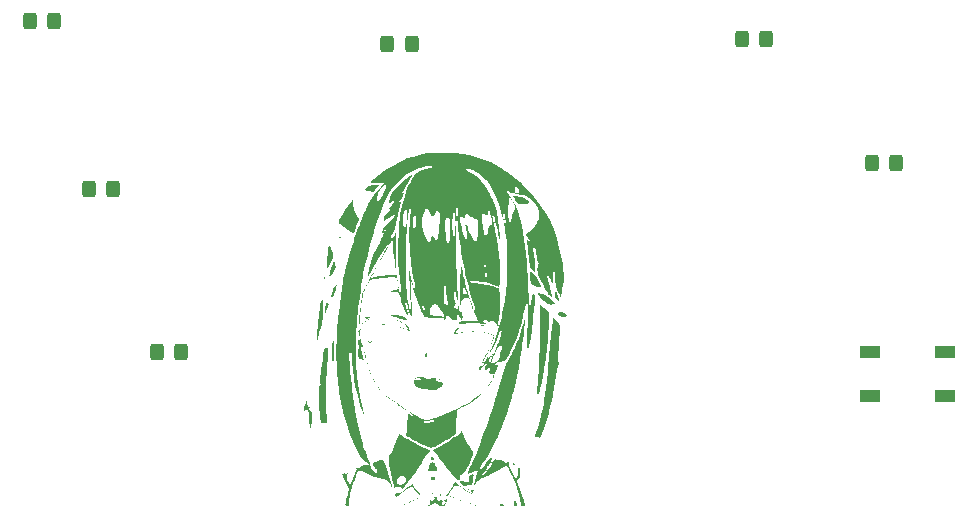
<source format=gbr>
%TF.GenerationSoftware,KiCad,Pcbnew,(6.0.8)*%
%TF.CreationDate,2022-10-23T13:20:46+08:00*%
%TF.ProjectId,LrtraPCB,4c727472-6150-4434-922e-6b696361645f,rev?*%
%TF.SameCoordinates,Original*%
%TF.FileFunction,Soldermask,Top*%
%TF.FilePolarity,Negative*%
%FSLAX46Y46*%
G04 Gerber Fmt 4.6, Leading zero omitted, Abs format (unit mm)*
G04 Created by KiCad (PCBNEW (6.0.8)) date 2022-10-23 13:20:46*
%MOMM*%
%LPD*%
G01*
G04 APERTURE LIST*
G04 Aperture macros list*
%AMRoundRect*
0 Rectangle with rounded corners*
0 $1 Rounding radius*
0 $2 $3 $4 $5 $6 $7 $8 $9 X,Y pos of 4 corners*
0 Add a 4 corners polygon primitive as box body*
4,1,4,$2,$3,$4,$5,$6,$7,$8,$9,$2,$3,0*
0 Add four circle primitives for the rounded corners*
1,1,$1+$1,$2,$3*
1,1,$1+$1,$4,$5*
1,1,$1+$1,$6,$7*
1,1,$1+$1,$8,$9*
0 Add four rect primitives between the rounded corners*
20,1,$1+$1,$2,$3,$4,$5,0*
20,1,$1+$1,$4,$5,$6,$7,0*
20,1,$1+$1,$6,$7,$8,$9,0*
20,1,$1+$1,$8,$9,$2,$3,0*%
G04 Aperture macros list end*
%ADD10RoundRect,0.250000X-0.325000X-0.450000X0.325000X-0.450000X0.325000X0.450000X-0.325000X0.450000X0*%
%ADD11RoundRect,0.250000X0.325000X0.450000X-0.325000X0.450000X-0.325000X-0.450000X0.325000X-0.450000X0*%
%ADD12R,1.700000X1.000000*%
G04 APERTURE END LIST*
%TO.C,G\u002A\u002A\u002A*%
G36*
X145487735Y-135704137D02*
G01*
X145474421Y-135724427D01*
X145429145Y-135727583D01*
X145381513Y-135716681D01*
X145402175Y-135700613D01*
X145471942Y-135695292D01*
X145487735Y-135704137D01*
G37*
G36*
X147865730Y-123120387D02*
G01*
X147843410Y-123142707D01*
X147821090Y-123120387D01*
X147843410Y-123098067D01*
X147865730Y-123120387D01*
G37*
G36*
X139608639Y-119905506D02*
G01*
X139814961Y-119932639D01*
X140026110Y-119971098D01*
X140215021Y-120016696D01*
X140343937Y-120060500D01*
X140493858Y-120140463D01*
X140588002Y-120219892D01*
X140624110Y-120286668D01*
X140599925Y-120328673D01*
X140513189Y-120333787D01*
X140388577Y-120300069D01*
X140254078Y-120256128D01*
X140074092Y-120203838D01*
X139871100Y-120148946D01*
X139667581Y-120097198D01*
X139486018Y-120054340D01*
X139348891Y-120026118D01*
X139284767Y-120017926D01*
X139215198Y-119999104D01*
X139216483Y-119957063D01*
X139282284Y-119913436D01*
X139318743Y-119901957D01*
X139434211Y-119893883D01*
X139608639Y-119905506D01*
G37*
G36*
X151840826Y-118042857D02*
G01*
X151979178Y-118082566D01*
X152136186Y-118138001D01*
X152290683Y-118202749D01*
X152352010Y-118232332D01*
X152539969Y-118340470D01*
X152716408Y-118464685D01*
X152872166Y-118595011D01*
X152998081Y-118721478D01*
X153084991Y-118834118D01*
X153123733Y-118922965D01*
X153105147Y-118978048D01*
X153049517Y-118991213D01*
X152942873Y-118999519D01*
X152837478Y-119015551D01*
X152677147Y-119005243D01*
X152552900Y-118954636D01*
X152372161Y-118836745D01*
X152181750Y-118681259D01*
X152004981Y-118510230D01*
X151865166Y-118345708D01*
X151799791Y-118242303D01*
X151744158Y-118127674D01*
X151709942Y-118051620D01*
X151704745Y-118036259D01*
X151742293Y-118025284D01*
X151840826Y-118042857D01*
G37*
G36*
X133521455Y-118574473D02*
G01*
X133530450Y-118669077D01*
X133526722Y-118837076D01*
X133515146Y-119024692D01*
X133499482Y-119277124D01*
X133484653Y-119575293D01*
X133472677Y-119875664D01*
X133467181Y-120059428D01*
X133458616Y-120281107D01*
X133445277Y-120476701D01*
X133428975Y-120625284D01*
X133411520Y-120705932D01*
X133411173Y-120706704D01*
X133370777Y-120811397D01*
X133314377Y-120979045D01*
X133249011Y-121186347D01*
X133181721Y-121410004D01*
X133119544Y-121626716D01*
X133069521Y-121813184D01*
X133042699Y-121926274D01*
X133009385Y-122063972D01*
X132980519Y-122148216D01*
X132961301Y-122166908D01*
X132956361Y-122127153D01*
X132960440Y-122061907D01*
X132971367Y-121922971D01*
X132987795Y-121725557D01*
X133008377Y-121484878D01*
X133031767Y-121216146D01*
X133056619Y-120934574D01*
X133081586Y-120655373D01*
X133105321Y-120393757D01*
X133126480Y-120164938D01*
X133143714Y-119984128D01*
X133155678Y-119866540D01*
X133158845Y-119839367D01*
X133219070Y-119412923D01*
X133278805Y-119073765D01*
X133338573Y-118819909D01*
X133398896Y-118649368D01*
X133460298Y-118560156D01*
X133499461Y-118544815D01*
X133521455Y-118574473D01*
G37*
G36*
X138022091Y-115856134D02*
G01*
X137985834Y-115940339D01*
X137978032Y-115955712D01*
X137925405Y-116046098D01*
X137888808Y-116089064D01*
X137886460Y-116089631D01*
X137889334Y-116055290D01*
X137925590Y-115971085D01*
X137933392Y-115955712D01*
X137986019Y-115865326D01*
X138022616Y-115822359D01*
X138024964Y-115821793D01*
X138022091Y-115856134D01*
G37*
G36*
X137765063Y-120169515D02*
G01*
X137751750Y-120189805D01*
X137706474Y-120192961D01*
X137658841Y-120182059D01*
X137679504Y-120165991D01*
X137749270Y-120160669D01*
X137765063Y-120169515D01*
G37*
G36*
X146250123Y-133440132D02*
G01*
X146238497Y-133575253D01*
X146235239Y-133599561D01*
X146200566Y-133841528D01*
X146166690Y-134054441D01*
X146135926Y-134226252D01*
X146110585Y-134344911D01*
X146092981Y-134398370D01*
X146085583Y-134379070D01*
X146075645Y-134300680D01*
X146037913Y-134269423D01*
X145946504Y-134271018D01*
X145899503Y-134276399D01*
X145745897Y-134307370D01*
X145606377Y-134354713D01*
X145591010Y-134361954D01*
X145515818Y-134394132D01*
X145457072Y-134392222D01*
X145389199Y-134346156D01*
X145286627Y-134245865D01*
X145280611Y-134239737D01*
X145181882Y-134131248D01*
X145115596Y-134043298D01*
X145098067Y-134004404D01*
X145132187Y-133943371D01*
X145224558Y-133933977D01*
X145360193Y-133976796D01*
X145393846Y-133993024D01*
X145547264Y-134059729D01*
X145660559Y-134073158D01*
X145764501Y-134034306D01*
X145807463Y-134006379D01*
X145870155Y-133950004D01*
X145896169Y-133877473D01*
X145894536Y-133757081D01*
X145890711Y-133714165D01*
X145881510Y-133582205D01*
X145896320Y-133508869D01*
X145949379Y-133464039D01*
X146024988Y-133430105D01*
X146158476Y-133379734D01*
X146228485Y-133379018D01*
X146250123Y-133440132D01*
G37*
G36*
X142847354Y-131907294D02*
G01*
X142889692Y-131989521D01*
X142872937Y-132100945D01*
X142864350Y-132118524D01*
X142787066Y-132194830D01*
X142698581Y-132195839D01*
X142628895Y-132125459D01*
X142614831Y-132086025D01*
X142611653Y-131975044D01*
X142662959Y-131910532D01*
X142765312Y-131874288D01*
X142847354Y-131907294D01*
G37*
G36*
X137541865Y-120839111D02*
G01*
X137528551Y-120859400D01*
X137483275Y-120862557D01*
X137435643Y-120851655D01*
X137456305Y-120835587D01*
X137526072Y-120830265D01*
X137541865Y-120839111D01*
G37*
G36*
X145844852Y-135793417D02*
G01*
X145831539Y-135813706D01*
X145786263Y-135816862D01*
X145738631Y-135805961D01*
X145759293Y-135789893D01*
X145829059Y-135784571D01*
X145844852Y-135793417D01*
G37*
G36*
X137221692Y-117324724D02*
G01*
X137213869Y-117359544D01*
X137177847Y-117422378D01*
X137154554Y-117411852D01*
X137152197Y-117386817D01*
X137184618Y-117326285D01*
X137196325Y-117317539D01*
X137221692Y-117324724D01*
G37*
G36*
X146450456Y-135986882D02*
G01*
X146459578Y-135998946D01*
X146457538Y-136040146D01*
X146442528Y-136043585D01*
X146379421Y-136011009D01*
X146370299Y-135998946D01*
X146372340Y-135957745D01*
X146387350Y-135954306D01*
X146450456Y-135986882D01*
G37*
G36*
X139817066Y-120350377D02*
G01*
X139939878Y-120397534D01*
X140031459Y-120439057D01*
X140158645Y-120504062D01*
X140207668Y-120537248D01*
X140183770Y-120538646D01*
X140092193Y-120508288D01*
X139938180Y-120446206D01*
X139919860Y-120438389D01*
X139802687Y-120383890D01*
X139739305Y-120345573D01*
X139741301Y-120332350D01*
X139817066Y-120350377D01*
G37*
G36*
X139729211Y-120839111D02*
G01*
X139715898Y-120859400D01*
X139670621Y-120862557D01*
X139622989Y-120851655D01*
X139643651Y-120835587D01*
X139713418Y-120830265D01*
X139729211Y-120839111D01*
G37*
G36*
X150618512Y-120077446D02*
G01*
X150623855Y-120130423D01*
X150618512Y-120136965D01*
X150591974Y-120130838D01*
X150588752Y-120107206D01*
X150605085Y-120070462D01*
X150618512Y-120077446D01*
G37*
G36*
X134703274Y-117250264D02*
G01*
X134675024Y-117343037D01*
X134633509Y-117495816D01*
X134585932Y-117681703D01*
X134565768Y-117763620D01*
X134511209Y-117969873D01*
X134460519Y-118110640D01*
X134403406Y-118208588D01*
X134329578Y-118286381D01*
X134327574Y-118288137D01*
X134232337Y-118364654D01*
X134164132Y-118407551D01*
X134152246Y-118410896D01*
X134149284Y-118373147D01*
X134174741Y-118274079D01*
X134223125Y-118134961D01*
X134224296Y-118131898D01*
X134348810Y-117824123D01*
X134467755Y-117563289D01*
X134574526Y-117363038D01*
X134651094Y-117250264D01*
X134743130Y-117138664D01*
X134703274Y-117250264D01*
G37*
G36*
X145270207Y-129786275D02*
G01*
X145323847Y-129877820D01*
X145381688Y-129995333D01*
X145429821Y-130110128D01*
X145454338Y-130193518D01*
X145455185Y-130204230D01*
X145476836Y-130255179D01*
X145535290Y-130365563D01*
X145620798Y-130518634D01*
X145723611Y-130697644D01*
X145833980Y-130885844D01*
X145942157Y-131066488D01*
X146038392Y-131222828D01*
X146112938Y-131338114D01*
X146127451Y-131359138D01*
X146188802Y-131457068D01*
X146224944Y-131552281D01*
X146233122Y-131657419D01*
X146210580Y-131785123D01*
X146154565Y-131948034D01*
X146062320Y-132158794D01*
X145931091Y-132430043D01*
X145865372Y-132561687D01*
X145731912Y-132822121D01*
X145625447Y-133014001D01*
X145536658Y-133150336D01*
X145456227Y-133244134D01*
X145374837Y-133308403D01*
X145302545Y-133347404D01*
X145187452Y-133409405D01*
X145131529Y-133476066D01*
X145109822Y-133581942D01*
X145106830Y-133618404D01*
X145080671Y-133779579D01*
X145028713Y-133856280D01*
X144946151Y-133850807D01*
X144828179Y-133765462D01*
X144818422Y-133756511D01*
X144698060Y-133634571D01*
X144536676Y-133456261D01*
X144346812Y-133236635D01*
X144141008Y-132990751D01*
X143931806Y-132733664D01*
X143731747Y-132480430D01*
X143553374Y-132246104D01*
X143501101Y-132175073D01*
X143353380Y-131979450D01*
X143201334Y-131790232D01*
X143064330Y-131630891D01*
X142974003Y-131536313D01*
X142771639Y-131343447D01*
X143185804Y-131124685D01*
X143473235Y-130967692D01*
X143769550Y-130796625D01*
X144063800Y-130618706D01*
X144345038Y-130441157D01*
X144602317Y-130271200D01*
X144824687Y-130116057D01*
X145001202Y-129982951D01*
X145120913Y-129879104D01*
X145171930Y-129814452D01*
X145214676Y-129756594D01*
X145234673Y-129749385D01*
X145270207Y-129786275D01*
G37*
G36*
X137381772Y-122007937D02*
G01*
X137477262Y-121962628D01*
X137513569Y-121959754D01*
X137605167Y-121993056D01*
X137639625Y-122073714D01*
X137606274Y-122172853D01*
X137596815Y-122185097D01*
X137505632Y-122245392D01*
X137411105Y-122217389D01*
X137372290Y-122179211D01*
X137343054Y-122093762D01*
X137382460Y-122093762D01*
X137412633Y-122167015D01*
X137482805Y-122198528D01*
X137497507Y-122196899D01*
X137572008Y-122145422D01*
X137590221Y-122104185D01*
X137569800Y-122029038D01*
X137500939Y-121990659D01*
X137422656Y-122007868D01*
X137411107Y-122017786D01*
X137382460Y-122093762D01*
X137343054Y-122093762D01*
X137341302Y-122088642D01*
X137381772Y-122007937D01*
G37*
G36*
X145710933Y-120839111D02*
G01*
X145697620Y-120859400D01*
X145652344Y-120862557D01*
X145604711Y-120851655D01*
X145625374Y-120835587D01*
X145695140Y-120830265D01*
X145710933Y-120839111D01*
G37*
G36*
X139860697Y-120886099D02*
G01*
X139919860Y-120895945D01*
X140039921Y-120921090D01*
X140141435Y-120950297D01*
X140204620Y-120976342D01*
X140209696Y-120992004D01*
X140187698Y-120993740D01*
X140104947Y-120979370D01*
X139981029Y-120944303D01*
X139942179Y-120931363D01*
X139834463Y-120893402D01*
X139808271Y-120879851D01*
X139860697Y-120886099D01*
G37*
G36*
X148033129Y-120923387D02*
G01*
X148060823Y-120933118D01*
X148010125Y-120939850D01*
X147910369Y-120941983D01*
X147800163Y-120939215D01*
X147758859Y-120932010D01*
X147787610Y-120923387D01*
X147931801Y-120915914D01*
X148033129Y-120923387D01*
G37*
G36*
X146850119Y-120747331D02*
G01*
X147017310Y-120756933D01*
X147132698Y-120771957D01*
X147151494Y-120776801D01*
X147200862Y-120793239D01*
X147219710Y-120803503D01*
X147197042Y-120807594D01*
X147121867Y-120805511D01*
X146983189Y-120797255D01*
X146770015Y-120782826D01*
X146682777Y-120776801D01*
X146281020Y-120749033D01*
X146660457Y-120745047D01*
X146850119Y-120747331D01*
G37*
G36*
X139050521Y-126861812D02*
G01*
X139082865Y-126886749D01*
X139144689Y-126941816D01*
X139160984Y-126964868D01*
X139139270Y-126978230D01*
X139079927Y-126920886D01*
X139066011Y-126903603D01*
X139027404Y-126850727D01*
X139050521Y-126861812D01*
G37*
G36*
X132152816Y-127294200D02*
G01*
X132169427Y-127471999D01*
X132210482Y-127603410D01*
X132268976Y-127674015D01*
X132335723Y-127670785D01*
X132372057Y-127664972D01*
X132362227Y-127711443D01*
X132347498Y-127840863D01*
X132383565Y-127971875D01*
X132457802Y-128065215D01*
X132479976Y-128077683D01*
X132523864Y-128102658D01*
X132551221Y-128142726D01*
X132565114Y-128215774D01*
X132568611Y-128339691D01*
X132564780Y-128532365D01*
X132563814Y-128566513D01*
X132551808Y-128805840D01*
X132530909Y-129057004D01*
X132504920Y-129277172D01*
X132495033Y-129340703D01*
X132439064Y-129668577D01*
X132381498Y-129207313D01*
X132352648Y-128955535D01*
X132325325Y-128681627D01*
X132304047Y-128432058D01*
X132298495Y-128353413D01*
X132282828Y-128174991D01*
X132262642Y-128032808D01*
X132241370Y-127948719D01*
X132232878Y-127935945D01*
X132170269Y-127937523D01*
X132065058Y-127972448D01*
X132035080Y-127985909D01*
X131931629Y-128029964D01*
X131868874Y-128047211D01*
X131862639Y-128045730D01*
X131860138Y-127989815D01*
X131883273Y-127868880D01*
X131927215Y-127701827D01*
X131987134Y-127507555D01*
X132037558Y-127361160D01*
X132150244Y-127048682D01*
X132152816Y-127294200D01*
G37*
G36*
X140377417Y-127810042D02*
G01*
X140461809Y-127866158D01*
X140499985Y-127900893D01*
X140500176Y-127901971D01*
X140481060Y-127916746D01*
X140416790Y-127874941D01*
X140360042Y-127827228D01*
X140254658Y-127735299D01*
X140377417Y-127810042D01*
G37*
G36*
X140121874Y-127620687D02*
G01*
X140154218Y-127645624D01*
X140216042Y-127700691D01*
X140232338Y-127723744D01*
X140210623Y-127737105D01*
X140151281Y-127679761D01*
X140137364Y-127662478D01*
X140098758Y-127609603D01*
X140121874Y-127620687D01*
G37*
G36*
X140500176Y-120664170D02*
G01*
X140613828Y-120742752D01*
X140701686Y-120832099D01*
X140742320Y-120908594D01*
X140740896Y-120929449D01*
X140755126Y-120995997D01*
X140810027Y-121064582D01*
X140875793Y-121148107D01*
X140869924Y-121201218D01*
X140806994Y-121216710D01*
X140701578Y-121187374D01*
X140634095Y-121151574D01*
X140578977Y-121111527D01*
X140592703Y-121104724D01*
X140599186Y-121106566D01*
X140680777Y-121106716D01*
X140699555Y-121058544D01*
X140655923Y-120999592D01*
X140599271Y-120919485D01*
X140589455Y-120875290D01*
X140561696Y-120790805D01*
X140511336Y-120716843D01*
X140467276Y-120659138D01*
X140487298Y-120657509D01*
X140500176Y-120664170D01*
G37*
G36*
X137100659Y-123314417D02*
G01*
X137126689Y-123391414D01*
X137142426Y-123484840D01*
X137137411Y-123529490D01*
X137114456Y-123506673D01*
X137088426Y-123429676D01*
X137072689Y-123336250D01*
X137077704Y-123291599D01*
X137100659Y-123314417D01*
G37*
G36*
X145622584Y-134499274D02*
G01*
X145706932Y-134578421D01*
X145719109Y-134612893D01*
X145707622Y-134615114D01*
X145671166Y-134585010D01*
X145607182Y-134514675D01*
X145522144Y-134414236D01*
X145622584Y-134499274D01*
G37*
G36*
X149126288Y-109348177D02*
G01*
X149072776Y-109330512D01*
X149068028Y-109375420D01*
X149115198Y-109474917D01*
X149174774Y-109564501D01*
X149272733Y-109706168D01*
X149369834Y-109857047D01*
X149455429Y-109999066D01*
X149518869Y-110114157D01*
X149549506Y-110184248D01*
X149547602Y-110197188D01*
X149512159Y-110162930D01*
X149451167Y-110077213D01*
X149427948Y-110040671D01*
X149359319Y-109949310D01*
X149303279Y-109907972D01*
X149290388Y-109909386D01*
X149270631Y-109963238D01*
X149256134Y-110082126D01*
X149249667Y-110241842D01*
X149249561Y-110265879D01*
X149235902Y-110509457D01*
X149198176Y-110714067D01*
X149176048Y-110780865D01*
X149140591Y-110884101D01*
X149125096Y-110983926D01*
X149128672Y-111108418D01*
X149150432Y-111285653D01*
X149158350Y-111339751D01*
X149191605Y-111545113D01*
X149228508Y-111745130D01*
X149261914Y-111901489D01*
X149266735Y-111920986D01*
X149300801Y-112041353D01*
X149328514Y-112087814D01*
X149361972Y-112073811D01*
X149383054Y-112050250D01*
X149419681Y-111965142D01*
X149449505Y-111821299D01*
X149464465Y-111676789D01*
X149481594Y-111498778D01*
X149513464Y-111379527D01*
X149569657Y-111288664D01*
X149596448Y-111258369D01*
X149694767Y-111093526D01*
X149736709Y-110885510D01*
X149720292Y-110661941D01*
X149653086Y-110468491D01*
X149599997Y-110353713D01*
X149574148Y-110275784D01*
X149574986Y-110258641D01*
X149600699Y-110287012D01*
X149652140Y-110382702D01*
X149722415Y-110529925D01*
X149804629Y-110712893D01*
X149891888Y-110915821D01*
X149977295Y-111122921D01*
X150053957Y-111318407D01*
X150114980Y-111486493D01*
X150127173Y-111522961D01*
X150239978Y-111915212D01*
X150348594Y-112382586D01*
X150451239Y-112910960D01*
X150546134Y-113486208D01*
X150631499Y-114094208D01*
X150705554Y-114720836D01*
X150766520Y-115351967D01*
X150812615Y-115973479D01*
X150842061Y-116571246D01*
X150853077Y-117131145D01*
X150852615Y-117279407D01*
X150852515Y-117617396D01*
X150859058Y-117868767D01*
X150872548Y-118035957D01*
X150893287Y-118121401D01*
X150921580Y-118127537D01*
X150951424Y-118073135D01*
X150962600Y-118080823D01*
X150968073Y-118163964D01*
X150967595Y-118308897D01*
X150960916Y-118501964D01*
X150959716Y-118527110D01*
X150950488Y-118797588D01*
X150953689Y-118981249D01*
X150969380Y-119079698D01*
X150981098Y-119096995D01*
X151016177Y-119108948D01*
X151045027Y-119087984D01*
X151071523Y-119022080D01*
X151099539Y-118899211D01*
X151132953Y-118707355D01*
X151158244Y-118547425D01*
X151192271Y-118352025D01*
X151226595Y-118195734D01*
X151256984Y-118095602D01*
X151277383Y-118067563D01*
X151331388Y-118110400D01*
X151404360Y-118194936D01*
X151408722Y-118200728D01*
X151437816Y-118241825D01*
X151458459Y-118284300D01*
X151470511Y-118340625D01*
X151473829Y-118423271D01*
X151468274Y-118544712D01*
X151453705Y-118717419D01*
X151429981Y-118953865D01*
X151396962Y-119266521D01*
X151396670Y-119269266D01*
X151287689Y-120219739D01*
X151155827Y-121237880D01*
X151011703Y-122249912D01*
X150972836Y-122503282D01*
X150943676Y-122672554D01*
X150923214Y-122762264D01*
X150910443Y-122776948D01*
X150904755Y-122731190D01*
X150877161Y-122676778D01*
X150826985Y-122682962D01*
X150801078Y-122686850D01*
X150783000Y-122667904D01*
X150772194Y-122614755D01*
X150768103Y-122516032D01*
X150770171Y-122360367D01*
X150777840Y-122136390D01*
X150788114Y-121889206D01*
X150798699Y-121598156D01*
X150808515Y-121243989D01*
X150817022Y-120852868D01*
X150823680Y-120450955D01*
X150827947Y-120064412D01*
X150828880Y-119916399D01*
X150829953Y-119561954D01*
X150829112Y-119287287D01*
X150825858Y-119082909D01*
X150819692Y-118939330D01*
X150810112Y-118847061D01*
X150796618Y-118796611D01*
X150778712Y-118778492D01*
X150768914Y-118778388D01*
X150717145Y-118826454D01*
X150675326Y-118928051D01*
X150670934Y-118946876D01*
X150587065Y-119348385D01*
X150518866Y-119674660D01*
X150463307Y-119937763D01*
X150417357Y-120149757D01*
X150377987Y-120322707D01*
X150342167Y-120468676D01*
X150306867Y-120599728D01*
X150269056Y-120727927D01*
X150225706Y-120865336D01*
X150173785Y-121024019D01*
X150110264Y-121216039D01*
X150071486Y-121333544D01*
X149894920Y-121827289D01*
X149681978Y-122354209D01*
X149449210Y-122875637D01*
X149213163Y-123352904D01*
X149182641Y-123410545D01*
X149003777Y-123745343D01*
X148758391Y-123795796D01*
X148527932Y-123849746D01*
X148332388Y-123907806D01*
X148180257Y-123965466D01*
X148080041Y-124018216D01*
X148040239Y-124061547D01*
X148069352Y-124090947D01*
X148175879Y-124101906D01*
X148181503Y-124101899D01*
X148274068Y-124109771D01*
X148300020Y-124149794D01*
X148289411Y-124213498D01*
X148255516Y-124328583D01*
X148201759Y-124483565D01*
X148135581Y-124660022D01*
X148064424Y-124839536D01*
X147995727Y-125003687D01*
X147936933Y-125134055D01*
X147895482Y-125212221D01*
X147880479Y-125225763D01*
X147885551Y-125178643D01*
X147918223Y-125082172D01*
X147928796Y-125056098D01*
X147993034Y-124902355D01*
X147848780Y-124919196D01*
X147703057Y-124903837D01*
X147612279Y-124824929D01*
X147581921Y-124693241D01*
X147617459Y-124519543D01*
X147629740Y-124488297D01*
X147666573Y-124386017D01*
X147677264Y-124325587D01*
X147675429Y-124321357D01*
X147632859Y-124334609D01*
X147546265Y-124388107D01*
X147507903Y-124415462D01*
X147376555Y-124499867D01*
X147286324Y-124521854D01*
X147218093Y-124484905D01*
X147205257Y-124470572D01*
X147193322Y-124410843D01*
X147230499Y-124307337D01*
X147253003Y-124267043D01*
X147343112Y-124267043D01*
X147353812Y-124305667D01*
X147399659Y-124326720D01*
X147456181Y-124285622D01*
X147500137Y-124211577D01*
X147480255Y-124167847D01*
X147422467Y-124155736D01*
X147367463Y-124198928D01*
X147343112Y-124267043D01*
X147253003Y-124267043D01*
X147307619Y-124169253D01*
X147378318Y-124044022D01*
X147441619Y-123917340D01*
X147489594Y-123807811D01*
X147514314Y-123734038D01*
X147507850Y-123714624D01*
X147497809Y-123723023D01*
X147462343Y-123764270D01*
X147381958Y-123860076D01*
X147268587Y-123996162D01*
X147134162Y-124158246D01*
X147134151Y-124158260D01*
X146998357Y-124318423D01*
X146880964Y-124449633D01*
X146794490Y-124538385D01*
X146751452Y-124571177D01*
X146751376Y-124571178D01*
X146693460Y-124545076D01*
X146692585Y-124463938D01*
X146749598Y-124323516D01*
X146829782Y-124178556D01*
X146926877Y-124007729D01*
X147045026Y-123789925D01*
X147166332Y-123558502D01*
X147235832Y-123421705D01*
X147328225Y-123240901D01*
X147407047Y-123093816D01*
X147463529Y-122996343D01*
X147488270Y-122964148D01*
X147490840Y-122996808D01*
X147472292Y-123042267D01*
X147436499Y-123113507D01*
X147371139Y-123243920D01*
X147286574Y-123412828D01*
X147220712Y-123544464D01*
X147126128Y-123732600D01*
X147040527Y-123901146D01*
X146975413Y-124027541D01*
X146948847Y-124077648D01*
X146912762Y-124170203D01*
X146913130Y-124225635D01*
X146959668Y-124235385D01*
X147033615Y-124168813D01*
X147129403Y-124032564D01*
X147240986Y-123834212D01*
X147332203Y-123675419D01*
X147405441Y-123582892D01*
X147449627Y-123563667D01*
X147507589Y-123543966D01*
X147588708Y-123468920D01*
X147627978Y-123419947D01*
X147727182Y-123288287D01*
X147793567Y-123208173D01*
X147820035Y-123187684D01*
X147812714Y-123209666D01*
X147673069Y-123510454D01*
X147572541Y-123750189D01*
X147512730Y-123924440D01*
X147495236Y-124028776D01*
X147506753Y-124056672D01*
X147550093Y-124034695D01*
X147606804Y-123954428D01*
X147726201Y-123954428D01*
X147737836Y-123977998D01*
X147774684Y-123973775D01*
X147787826Y-123969842D01*
X147907187Y-123944851D01*
X147974123Y-123940197D01*
X148114345Y-123901867D01*
X148250668Y-123794818D01*
X148368552Y-123638974D01*
X148453458Y-123454259D01*
X148490843Y-123260596D01*
X148491451Y-123231325D01*
X148512998Y-123087789D01*
X148567164Y-122933622D01*
X148581083Y-122905763D01*
X148644136Y-122750472D01*
X148689277Y-122572577D01*
X148696046Y-122526987D01*
X148720613Y-122316872D01*
X148607790Y-122439631D01*
X148504381Y-122533188D01*
X148432118Y-122559693D01*
X148400319Y-122516148D01*
X148399680Y-122506591D01*
X148381829Y-122516925D01*
X148333206Y-122599619D01*
X148258506Y-122745101D01*
X148162424Y-122943801D01*
X148049656Y-123186146D01*
X147924899Y-123462564D01*
X147871561Y-123583094D01*
X147790166Y-123770363D01*
X147742678Y-123889679D01*
X147726201Y-123954428D01*
X147606804Y-123954428D01*
X147617402Y-123939428D01*
X147704108Y-123782176D01*
X147805636Y-123574240D01*
X147917414Y-123326927D01*
X148034867Y-123051539D01*
X148153423Y-122759380D01*
X148268507Y-122461754D01*
X148375546Y-122169964D01*
X148469968Y-121895316D01*
X148547197Y-121649112D01*
X148602661Y-121442656D01*
X148631786Y-121287252D01*
X148633322Y-121272263D01*
X148635374Y-121149957D01*
X148612811Y-121111518D01*
X148566841Y-121155348D01*
X148498675Y-121279851D01*
X148409522Y-121483432D01*
X148340350Y-121658828D01*
X148199402Y-122010539D01*
X148048431Y-122357176D01*
X147897043Y-122678288D01*
X147754839Y-122953426D01*
X147642006Y-123145840D01*
X147595328Y-123216457D01*
X147571898Y-123244308D01*
X147574250Y-123221996D01*
X147604920Y-123142123D01*
X147666444Y-122997288D01*
X147761355Y-122780095D01*
X147788393Y-122718629D01*
X147910525Y-122422276D01*
X148044880Y-122063795D01*
X148182866Y-121667876D01*
X148315893Y-121259212D01*
X148435370Y-120862494D01*
X148440735Y-120843761D01*
X148490093Y-120652967D01*
X148550134Y-120392606D01*
X148617201Y-120081230D01*
X148687635Y-119737394D01*
X148757779Y-119379649D01*
X148823976Y-119026548D01*
X148882566Y-118696645D01*
X148929892Y-118408492D01*
X148955606Y-118232337D01*
X148958150Y-118210018D01*
X150901230Y-118210018D01*
X150923550Y-118232337D01*
X150945870Y-118210018D01*
X150923550Y-118187698D01*
X150901230Y-118210018D01*
X148958150Y-118210018D01*
X149002000Y-117825349D01*
X149040933Y-117359887D01*
X149072061Y-116852687D01*
X149095044Y-116320486D01*
X149109537Y-115780018D01*
X149115198Y-115248020D01*
X149111684Y-114741228D01*
X149098654Y-114276376D01*
X149075763Y-113870202D01*
X149050421Y-113601288D01*
X148932415Y-112759003D01*
X148783374Y-111963270D01*
X148655558Y-111429873D01*
X148741987Y-111429873D01*
X148750992Y-111527408D01*
X148780263Y-111681001D01*
X148811423Y-111822737D01*
X148855984Y-112004157D01*
X148898261Y-112147423D01*
X148932324Y-112233815D01*
X148946974Y-112250615D01*
X148963055Y-112210067D01*
X148967886Y-112103606D01*
X148960478Y-111954007D01*
X148960074Y-111949297D01*
X148944351Y-111785665D01*
X148928779Y-111652229D01*
X148917339Y-111581019D01*
X148895388Y-111488189D01*
X148872953Y-111389432D01*
X148847495Y-111306927D01*
X148813872Y-111300607D01*
X148780137Y-111329831D01*
X148752089Y-111370110D01*
X148741987Y-111429873D01*
X148655558Y-111429873D01*
X148605251Y-111219936D01*
X148400001Y-110534849D01*
X148169578Y-109913856D01*
X147915936Y-109362806D01*
X147641029Y-108887547D01*
X147346811Y-108493925D01*
X147341790Y-108488130D01*
X147049844Y-108179264D01*
X146769216Y-107942855D01*
X146482834Y-107766711D01*
X146173630Y-107638641D01*
X146134774Y-107626110D01*
X145918051Y-107567363D01*
X145759315Y-107542224D01*
X145664010Y-107547681D01*
X145637581Y-107580720D01*
X145685473Y-107638327D01*
X145813131Y-107717487D01*
X145895892Y-107758333D01*
X146241213Y-107960605D01*
X146585481Y-108240675D01*
X146917650Y-108587622D01*
X147226672Y-108990528D01*
X147376808Y-109222229D01*
X147494357Y-109425165D01*
X147624202Y-109665930D01*
X147755461Y-109922578D01*
X147877253Y-110173158D01*
X147978694Y-110395722D01*
X148048903Y-110568323D01*
X148060024Y-110600256D01*
X148226583Y-111196357D01*
X148349336Y-111848074D01*
X148429704Y-112564331D01*
X148461974Y-113121090D01*
X148482384Y-113656766D01*
X148358113Y-113053847D01*
X148293601Y-112754097D01*
X148223813Y-112452466D01*
X148152824Y-112164576D01*
X148084709Y-111906045D01*
X148023542Y-111692493D01*
X147973397Y-111539538D01*
X147946452Y-111475787D01*
X147895759Y-111422151D01*
X147855501Y-111439473D01*
X147842784Y-111496894D01*
X147853887Y-111623928D01*
X147889557Y-111825865D01*
X147949337Y-112102701D01*
X148089805Y-112770864D01*
X148211548Y-113454422D01*
X148313179Y-114139565D01*
X148393310Y-114812482D01*
X148450552Y-115459363D01*
X148483519Y-116066397D01*
X148490823Y-116619773D01*
X148471075Y-117105681D01*
X148462374Y-117208424D01*
X148434697Y-117501382D01*
X147960495Y-117337783D01*
X147763242Y-117269541D01*
X147593236Y-117210373D01*
X147470662Y-117167325D01*
X147419332Y-117148858D01*
X147349415Y-117133964D01*
X147211941Y-117113240D01*
X147028198Y-117089670D01*
X146861336Y-117070676D01*
X146570193Y-117045124D01*
X146315808Y-117034037D01*
X146110330Y-117037121D01*
X145965910Y-117054086D01*
X145894699Y-117084639D01*
X145889836Y-117094025D01*
X145903439Y-117117603D01*
X145962036Y-117140124D01*
X146074801Y-117163175D01*
X146250909Y-117188342D01*
X146499534Y-117217214D01*
X146757064Y-117244071D01*
X146955972Y-117268852D01*
X147130892Y-117299087D01*
X147256003Y-117329930D01*
X147292740Y-117344567D01*
X147417408Y-117385384D01*
X147508612Y-117391319D01*
X147595358Y-117401512D01*
X147737430Y-117435956D01*
X147909960Y-117486580D01*
X148088080Y-117545313D01*
X148246920Y-117604084D01*
X148361612Y-117654822D01*
X148402492Y-117681423D01*
X148422314Y-117744063D01*
X148441950Y-117881453D01*
X148460419Y-118079067D01*
X148476742Y-118322379D01*
X148489939Y-118596864D01*
X148499030Y-118887995D01*
X148502993Y-119171426D01*
X148494840Y-119516551D01*
X148464193Y-119813999D01*
X148411086Y-120086540D01*
X148363754Y-120296860D01*
X148320850Y-120504112D01*
X148289780Y-120672030D01*
X148283796Y-120709842D01*
X148262107Y-120827694D01*
X148245047Y-120857009D01*
X148235484Y-120821441D01*
X148206894Y-120654489D01*
X148168034Y-120551337D01*
X148103943Y-120486629D01*
X148010027Y-120439337D01*
X147879319Y-120396359D01*
X147765638Y-120399272D01*
X147670747Y-120425627D01*
X147555037Y-120457446D01*
X147489832Y-120452142D01*
X147443910Y-120408001D01*
X147362083Y-120336716D01*
X147269283Y-120288118D01*
X147179186Y-120264750D01*
X147131404Y-120297500D01*
X147108407Y-120348641D01*
X147056041Y-120438122D01*
X147009300Y-120476242D01*
X147009324Y-120496618D01*
X147079957Y-120522063D01*
X147118507Y-120530624D01*
X147233288Y-120561669D01*
X147304653Y-120596553D01*
X147311056Y-120603618D01*
X147307258Y-120651631D01*
X147219903Y-120671472D01*
X147050164Y-120663105D01*
X146799213Y-120626495D01*
X146763327Y-120620136D01*
X146316461Y-120571485D01*
X145831785Y-120575204D01*
X145343420Y-120630776D01*
X145276742Y-120642656D01*
X145122088Y-120656711D01*
X145020778Y-120636153D01*
X144984797Y-120586174D01*
X145011667Y-120527813D01*
X145107040Y-120469030D01*
X145274419Y-120423970D01*
X145497270Y-120394884D01*
X145759061Y-120384018D01*
X146013181Y-120391606D01*
X146214009Y-120406243D01*
X146389485Y-120422607D01*
X146514955Y-120438221D01*
X146555452Y-120446056D01*
X146601555Y-120454375D01*
X146617851Y-120436250D01*
X146612656Y-120417049D01*
X146839016Y-120417049D01*
X146871421Y-120462507D01*
X146883656Y-120464323D01*
X146927135Y-120449093D01*
X146928295Y-120444638D01*
X146897015Y-120406526D01*
X146883656Y-120397364D01*
X146842521Y-120400903D01*
X146839016Y-120417049D01*
X146612656Y-120417049D01*
X146601689Y-120376519D01*
X146550416Y-120260020D01*
X146506651Y-120167018D01*
X146440274Y-120017311D01*
X146352968Y-119806536D01*
X146253951Y-119557660D01*
X146152440Y-119293651D01*
X146101951Y-119158612D01*
X145841926Y-118455536D01*
X145659715Y-118456146D01*
X145472159Y-118467674D01*
X145339045Y-118508649D01*
X145252935Y-118590836D01*
X145206389Y-118726000D01*
X145191967Y-118925905D01*
X145200947Y-119181626D01*
X145209139Y-119355857D01*
X145208384Y-119448852D01*
X145200234Y-119468037D01*
X145186243Y-119420834D01*
X145167963Y-119314670D01*
X145146948Y-119156967D01*
X145124749Y-118955151D01*
X145102921Y-118716646D01*
X145102417Y-118710567D01*
X145088392Y-118476389D01*
X145082658Y-118204450D01*
X145085135Y-117907846D01*
X145328541Y-117907846D01*
X145334258Y-118048949D01*
X145404318Y-118132037D01*
X145537508Y-118154112D01*
X145566525Y-118151561D01*
X145674959Y-118128493D01*
X145708031Y-118088860D01*
X145703290Y-118066743D01*
X145673559Y-117973777D01*
X145649066Y-117882233D01*
X145598571Y-117755595D01*
X145537812Y-117657358D01*
X145455495Y-117551096D01*
X145388380Y-117711724D01*
X145328541Y-117907846D01*
X145085135Y-117907846D01*
X145085346Y-117882538D01*
X145096585Y-117498438D01*
X145116505Y-117039939D01*
X145121085Y-116947298D01*
X145137482Y-116624186D01*
X145152674Y-116330961D01*
X145166035Y-116079227D01*
X145176940Y-115880592D01*
X145184761Y-115746662D01*
X145188872Y-115689043D01*
X145189068Y-115687873D01*
X145200280Y-115720293D01*
X145226935Y-115824727D01*
X145265342Y-115985985D01*
X145311813Y-116188876D01*
X145324604Y-116245870D01*
X145393069Y-116551857D01*
X145445556Y-116785072D01*
X145485483Y-116959889D01*
X145516267Y-117090683D01*
X145541325Y-117191828D01*
X145564075Y-117277699D01*
X145587934Y-117362671D01*
X145600537Y-117406503D01*
X145646508Y-117570347D01*
X145701532Y-117772833D01*
X145746366Y-117942179D01*
X145790411Y-118096314D01*
X145853791Y-118298987D01*
X145929871Y-118530942D01*
X146012015Y-118772920D01*
X146093589Y-119005665D01*
X146167956Y-119209919D01*
X146228482Y-119366423D01*
X146266935Y-119452999D01*
X146317854Y-119511706D01*
X146356756Y-119498075D01*
X146374236Y-119429008D01*
X146360889Y-119321410D01*
X146353760Y-119296966D01*
X146254718Y-118981807D01*
X146154354Y-118652280D01*
X146056673Y-118322508D01*
X145965679Y-118006619D01*
X145885378Y-117718738D01*
X145819773Y-117472990D01*
X145772870Y-117283501D01*
X145748674Y-117164398D01*
X145748192Y-117160984D01*
X145721753Y-117058413D01*
X145709569Y-117027065D01*
X145669647Y-116906667D01*
X145619808Y-116709059D01*
X145561940Y-116445530D01*
X145542120Y-116347011D01*
X147213785Y-116347011D01*
X147218890Y-116451404D01*
X147221399Y-116463569D01*
X147254850Y-116594024D01*
X147287458Y-116650694D01*
X147328385Y-116648509D01*
X147333137Y-116645721D01*
X147361785Y-116587487D01*
X147374640Y-116481254D01*
X147374693Y-116473874D01*
X147363970Y-116344886D01*
X147326332Y-116291083D01*
X147256425Y-116299245D01*
X147213785Y-116347011D01*
X145542120Y-116347011D01*
X145497933Y-116127365D01*
X145429676Y-115765850D01*
X145408945Y-115650308D01*
X147161059Y-115650308D01*
X147164129Y-115786545D01*
X147176118Y-115931050D01*
X147195550Y-116057153D01*
X147220951Y-116138185D01*
X147222524Y-116140857D01*
X147261802Y-116157738D01*
X147300226Y-116107635D01*
X147325390Y-116012090D01*
X147329120Y-115955712D01*
X147316916Y-115824746D01*
X147285362Y-115688526D01*
X147243440Y-115575371D01*
X147200128Y-115513602D01*
X147187580Y-115509315D01*
X147168384Y-115549008D01*
X147161059Y-115650308D01*
X145408945Y-115650308D01*
X145359059Y-115372273D01*
X145287972Y-114957919D01*
X145218303Y-114534076D01*
X145151943Y-114112029D01*
X145090780Y-113703065D01*
X145036705Y-113318471D01*
X144991606Y-112969533D01*
X144957373Y-112667538D01*
X144935896Y-112423772D01*
X144933962Y-112394075D01*
X144913369Y-112144942D01*
X144887649Y-111982196D01*
X144857044Y-111906627D01*
X144821798Y-111919027D01*
X144801381Y-111961370D01*
X144767198Y-112013182D01*
X144738617Y-111980510D01*
X144716526Y-111868027D01*
X144709641Y-111780230D01*
X145126507Y-111780230D01*
X145139726Y-111987996D01*
X145174518Y-112227880D01*
X145226922Y-112483644D01*
X145292975Y-112739051D01*
X145368718Y-112977863D01*
X145450188Y-113183842D01*
X145533426Y-113340750D01*
X145614468Y-113432349D01*
X145649495Y-113448001D01*
X145702733Y-113426827D01*
X145722444Y-113333462D01*
X145708704Y-113164375D01*
X145661586Y-112916034D01*
X145660655Y-112911821D01*
X145621869Y-112725607D01*
X145587328Y-112541226D01*
X145570291Y-112436852D01*
X145557444Y-112317204D01*
X145569048Y-112264157D01*
X145610832Y-112257017D01*
X145619654Y-112258549D01*
X145677689Y-112307525D01*
X145741405Y-112436148D01*
X145800764Y-112607989D01*
X145902738Y-112910602D01*
X146002460Y-113145414D01*
X146110114Y-113333033D01*
X146235883Y-113494064D01*
X146241925Y-113500787D01*
X146355814Y-113618462D01*
X146430557Y-113671117D01*
X146479391Y-113666032D01*
X146499344Y-113642334D01*
X146534598Y-113547229D01*
X146570953Y-113385915D01*
X146605060Y-113181349D01*
X146633573Y-112956490D01*
X146653142Y-112734297D01*
X146660421Y-112537729D01*
X146660421Y-112537716D01*
X146651462Y-112294594D01*
X146626862Y-112076252D01*
X146590104Y-111894360D01*
X146544668Y-111760591D01*
X146494038Y-111686614D01*
X146441695Y-111684101D01*
X146414939Y-111714939D01*
X146348828Y-111757260D01*
X146244175Y-111727327D01*
X146096942Y-111623698D01*
X146052410Y-111585582D01*
X145952729Y-111509145D01*
X146946568Y-111509145D01*
X146954078Y-111750057D01*
X146986889Y-112074726D01*
X147015740Y-112290143D01*
X147054042Y-112537022D01*
X147094022Y-112758661D01*
X147132026Y-112937151D01*
X147164400Y-113054585D01*
X147178170Y-113086175D01*
X147254605Y-113156595D01*
X147333687Y-113140222D01*
X147407806Y-113038951D01*
X147413093Y-113027677D01*
X147446471Y-112920919D01*
X147477571Y-112766733D01*
X147492183Y-112661855D01*
X147521872Y-112475874D01*
X147568046Y-112357097D01*
X147642704Y-112283565D01*
X147718816Y-112247070D01*
X147804761Y-112174997D01*
X147821090Y-112099408D01*
X147807971Y-111942847D01*
X147773501Y-111739548D01*
X147725014Y-111521709D01*
X147669840Y-111321532D01*
X147615313Y-111171216D01*
X147604710Y-111149153D01*
X147516658Y-110978383D01*
X147487226Y-111112302D01*
X147431956Y-111307740D01*
X147368886Y-111416981D01*
X147294194Y-111443019D01*
X147204060Y-111388848D01*
X147173814Y-111357821D01*
X147077981Y-111276329D01*
X147008306Y-111273544D01*
X146964573Y-111350729D01*
X146946568Y-111509145D01*
X145952729Y-111509145D01*
X145867524Y-111443808D01*
X145722523Y-111377930D01*
X145619337Y-111387925D01*
X145559896Y-111473766D01*
X145545148Y-111592179D01*
X145524207Y-111688090D01*
X145481228Y-111714939D01*
X145413683Y-111681688D01*
X145334442Y-111600777D01*
X145327984Y-111592179D01*
X145259380Y-111513782D01*
X145209196Y-111504590D01*
X145180630Y-111526003D01*
X145138821Y-111620820D01*
X145126507Y-111780230D01*
X144709641Y-111780230D01*
X144701812Y-111680403D01*
X144695361Y-111422311D01*
X144695246Y-111402460D01*
X144693759Y-111183775D01*
X144692253Y-111122075D01*
X144738573Y-111122075D01*
X144748228Y-111276748D01*
X144770641Y-111416489D01*
X144804016Y-111520080D01*
X144846554Y-111566305D01*
X144870353Y-111561490D01*
X144888513Y-111509203D01*
X144903259Y-111391825D01*
X144911682Y-111233543D01*
X144912105Y-111214282D01*
X144911702Y-110987777D01*
X144899091Y-110842290D01*
X144872367Y-110770159D01*
X144829621Y-110763719D01*
X144804155Y-110780620D01*
X144764738Y-110852794D01*
X144743477Y-110973685D01*
X144738573Y-111122075D01*
X144692253Y-111122075D01*
X144690344Y-111043879D01*
X144682853Y-110972281D01*
X144669141Y-110958491D01*
X144647060Y-110992019D01*
X144622162Y-111045343D01*
X144566856Y-111208428D01*
X144515427Y-111432526D01*
X144472532Y-111689376D01*
X144442828Y-111950714D01*
X144430972Y-112188278D01*
X144430935Y-112205975D01*
X144436831Y-112366999D01*
X144452120Y-112563229D01*
X144474166Y-112774068D01*
X144500328Y-112978917D01*
X144527968Y-113157178D01*
X144554449Y-113288254D01*
X144577130Y-113351546D01*
X144577764Y-113352222D01*
X144613461Y-113367566D01*
X144641559Y-113328127D01*
X144663641Y-113225767D01*
X144681289Y-113052349D01*
X144696086Y-112799734D01*
X144699368Y-112726888D01*
X144724747Y-112139016D01*
X144734441Y-112830931D01*
X144750225Y-113832324D01*
X144768354Y-114746997D01*
X144788941Y-115577483D01*
X144812099Y-116326314D01*
X144837938Y-116996022D01*
X144866574Y-117589140D01*
X144898117Y-118108198D01*
X144932680Y-118555730D01*
X144970377Y-118934268D01*
X145011318Y-119246344D01*
X145022782Y-119318561D01*
X145052728Y-119484014D01*
X145079890Y-119578669D01*
X145112943Y-119620266D01*
X145160563Y-119626548D01*
X145172698Y-119625114D01*
X145229495Y-119627055D01*
X145263992Y-119665885D01*
X145287070Y-119761489D01*
X145300499Y-119858663D01*
X145315616Y-120059908D01*
X145306156Y-120206381D01*
X145274330Y-120287927D01*
X145222348Y-120294394D01*
X145207827Y-120284238D01*
X145152849Y-120222232D01*
X145142707Y-120195025D01*
X145120131Y-120140142D01*
X145062539Y-120039115D01*
X145019948Y-119971604D01*
X144897188Y-119783351D01*
X144874868Y-120044041D01*
X144852549Y-120304730D01*
X144384671Y-120333110D01*
X144245108Y-120106291D01*
X144229035Y-120084207D01*
X144491231Y-120084207D01*
X144495431Y-120107206D01*
X144552501Y-120150143D01*
X144565025Y-120151845D01*
X144605828Y-120117797D01*
X144607030Y-120107206D01*
X144570695Y-120068029D01*
X144537436Y-120062566D01*
X144491231Y-120084207D01*
X144229035Y-120084207D01*
X144138668Y-119960043D01*
X144052084Y-119896597D01*
X143988341Y-119916388D01*
X143950424Y-120019846D01*
X143944947Y-120062752D01*
X143917120Y-120196300D01*
X143870673Y-120289322D01*
X143818374Y-120330212D01*
X143772994Y-120307366D01*
X143750820Y-120239175D01*
X143740587Y-120203849D01*
X143713654Y-120178746D01*
X143656386Y-120161840D01*
X143555148Y-120151106D01*
X143396304Y-120144520D01*
X143166220Y-120140058D01*
X143074472Y-120138735D01*
X142810811Y-120133675D01*
X142622568Y-120125935D01*
X142495887Y-120113905D01*
X142416913Y-120095978D01*
X142371792Y-120070545D01*
X142358374Y-120055589D01*
X142294852Y-120006567D01*
X142220405Y-120028634D01*
X142147722Y-120048308D01*
X142079220Y-120003958D01*
X142048089Y-119968652D01*
X141937401Y-119801446D01*
X141811948Y-119551661D01*
X141673807Y-119224395D01*
X141547396Y-118884765D01*
X141811806Y-118884765D01*
X141818050Y-118950053D01*
X141854711Y-119074813D01*
X141913365Y-119238128D01*
X141985584Y-119419085D01*
X142062942Y-119596768D01*
X142137012Y-119750262D01*
X142199368Y-119858653D01*
X142210337Y-119873926D01*
X142258220Y-119918862D01*
X142272278Y-119895555D01*
X142251010Y-119818984D01*
X142222097Y-119756453D01*
X142173112Y-119637928D01*
X142161623Y-119584617D01*
X142545661Y-119584617D01*
X142552012Y-119667602D01*
X142575923Y-119905052D01*
X143107074Y-119960684D01*
X143315251Y-119984123D01*
X143489173Y-120006792D01*
X143610621Y-120026102D01*
X143661351Y-120039441D01*
X143693620Y-120058937D01*
X143709441Y-120022660D01*
X143714155Y-119915282D01*
X143714236Y-119887634D01*
X143699551Y-119758999D01*
X143670016Y-119704720D01*
X145120837Y-119704720D01*
X145130535Y-119743541D01*
X145162392Y-119750088D01*
X145223612Y-119739736D01*
X145231986Y-119730403D01*
X145199275Y-119688735D01*
X145140417Y-119687807D01*
X145120837Y-119704720D01*
X143670016Y-119704720D01*
X143642646Y-119654421D01*
X143557997Y-119565333D01*
X143465195Y-119462160D01*
X143409217Y-119369751D01*
X143401758Y-119338508D01*
X143370913Y-119271684D01*
X143334798Y-119259051D01*
X143279416Y-119222201D01*
X143267839Y-119175237D01*
X143231884Y-119068278D01*
X143123670Y-119012840D01*
X142951111Y-119007850D01*
X142816118Y-119031266D01*
X142740980Y-119079994D01*
X142710719Y-119131985D01*
X142646276Y-119256571D01*
X142596652Y-119334359D01*
X142553571Y-119435816D01*
X142545661Y-119584617D01*
X142161623Y-119584617D01*
X142151871Y-119539362D01*
X142151846Y-119537058D01*
X142133836Y-119408711D01*
X142088002Y-119262451D01*
X142026640Y-119126931D01*
X141962043Y-119030800D01*
X141922477Y-119002534D01*
X141851445Y-118951402D01*
X141835843Y-118907887D01*
X141823786Y-118869474D01*
X141811806Y-118884765D01*
X141547396Y-118884765D01*
X141525057Y-118824745D01*
X141367772Y-118357809D01*
X141284878Y-118095205D01*
X141212206Y-117852487D01*
X141161445Y-117666704D01*
X141133693Y-117543689D01*
X141130051Y-117489274D01*
X141151615Y-117509290D01*
X141188757Y-117585062D01*
X141231350Y-117670223D01*
X141258660Y-117680432D01*
X141283952Y-117632644D01*
X141290986Y-117550079D01*
X141286942Y-117498928D01*
X143712869Y-117498928D01*
X143714827Y-117701911D01*
X143720229Y-117980519D01*
X143721468Y-118038293D01*
X143729882Y-118364855D01*
X143740160Y-118610995D01*
X143753799Y-118785570D01*
X143772295Y-118897437D01*
X143797147Y-118955453D01*
X143829851Y-118968475D01*
X143871905Y-118945360D01*
X143874449Y-118943275D01*
X143924877Y-118916448D01*
X143937434Y-118963427D01*
X143971823Y-119026021D01*
X144006417Y-119035852D01*
X144052100Y-119013918D01*
X144058408Y-118934894D01*
X144052591Y-118890773D01*
X144004918Y-118582194D01*
X143969530Y-118337732D01*
X143962811Y-118285074D01*
X144585590Y-118285074D01*
X144591970Y-118445874D01*
X144610545Y-118575630D01*
X144635355Y-118638394D01*
X144684973Y-118727362D01*
X144716296Y-118833177D01*
X144724766Y-118926691D01*
X144705826Y-118978754D01*
X144688977Y-118981328D01*
X144653302Y-118999132D01*
X144634501Y-119080132D01*
X144629350Y-119225571D01*
X144638863Y-119385284D01*
X144662769Y-119466636D01*
X144694120Y-119466883D01*
X144725968Y-119383278D01*
X144745096Y-119271306D01*
X144761008Y-119170099D01*
X144773684Y-119137260D01*
X144778576Y-119160045D01*
X144800462Y-119268889D01*
X144845088Y-119403665D01*
X144853573Y-119424627D01*
X144909312Y-119537405D01*
X144946039Y-119565010D01*
X144963639Y-119509526D01*
X144961997Y-119373038D01*
X144940994Y-119157630D01*
X144900517Y-118865386D01*
X144888884Y-118790334D01*
X144837116Y-118470919D01*
X144794318Y-118231351D01*
X144758001Y-118062934D01*
X144725676Y-117956974D01*
X144694855Y-117904776D01*
X144663046Y-117897646D01*
X144638373Y-117915301D01*
X144608917Y-117989899D01*
X144591281Y-118123120D01*
X144585590Y-118285074D01*
X143962811Y-118285074D01*
X143943474Y-118133538D01*
X143923798Y-117945761D01*
X143907549Y-117750550D01*
X143902039Y-117674854D01*
X143885444Y-117468692D01*
X143868074Y-117335470D01*
X143845870Y-117258910D01*
X143814774Y-117222733D01*
X143786891Y-117212971D01*
X143757851Y-117211579D01*
X143736848Y-117227895D01*
X143722961Y-117273503D01*
X143715275Y-117359986D01*
X143712869Y-117498928D01*
X141286942Y-117498928D01*
X141278790Y-117395801D01*
X141248965Y-117184914D01*
X141217698Y-117007688D01*
X141136998Y-116576998D01*
X141071429Y-116217774D01*
X141018164Y-115914025D01*
X140974379Y-115649761D01*
X140948963Y-115486995D01*
X140911452Y-115186886D01*
X140879650Y-114826380D01*
X140853827Y-114421076D01*
X140834253Y-113986575D01*
X140821199Y-113538477D01*
X140814933Y-113092381D01*
X140815726Y-112663888D01*
X140823848Y-112268597D01*
X140835943Y-112002001D01*
X141102804Y-112002001D01*
X141103340Y-112195726D01*
X141121159Y-112388267D01*
X141138315Y-112484974D01*
X141176583Y-112609485D01*
X141223498Y-112648655D01*
X141284414Y-112606361D01*
X141292461Y-112596573D01*
X141317577Y-112523238D01*
X141339913Y-112384743D01*
X141357952Y-112205200D01*
X141368583Y-112034312D01*
X141864723Y-112034312D01*
X141869137Y-112350819D01*
X141928562Y-112696797D01*
X142034630Y-113038836D01*
X142178976Y-113343525D01*
X142202261Y-113382100D01*
X142330541Y-113572553D01*
X142429846Y-113681420D01*
X142505110Y-113709703D01*
X142561264Y-113658407D01*
X142603243Y-113528533D01*
X142615260Y-113466092D01*
X142661432Y-113291900D01*
X142723570Y-113205469D01*
X142799762Y-113207088D01*
X142888092Y-113297050D01*
X142956906Y-113414277D01*
X143023268Y-113521097D01*
X143084881Y-113583321D01*
X143103539Y-113589807D01*
X143162541Y-113545270D01*
X143216220Y-113411758D01*
X143264552Y-113189418D01*
X143307514Y-112878397D01*
X143345081Y-112478841D01*
X143352765Y-112362214D01*
X143849544Y-112362214D01*
X143857163Y-112682417D01*
X143878364Y-112987600D01*
X143910973Y-113265459D01*
X143952812Y-113503691D01*
X144001707Y-113689993D01*
X144055482Y-113812060D01*
X144111960Y-113857589D01*
X144113986Y-113857645D01*
X144142473Y-113817535D01*
X144180585Y-113711888D01*
X144220508Y-113562725D01*
X144224014Y-113547515D01*
X144258644Y-113341466D01*
X144281312Y-113075251D01*
X144292760Y-112737861D01*
X144294552Y-112499628D01*
X144294552Y-111761871D01*
X144162850Y-111693765D01*
X144053473Y-111643197D01*
X143972853Y-111627137D01*
X143916659Y-111654821D01*
X143880562Y-111735485D01*
X143860233Y-111878368D01*
X143851342Y-112092706D01*
X143849544Y-112362214D01*
X143352765Y-112362214D01*
X143377228Y-111990898D01*
X143382799Y-111886726D01*
X143393770Y-111646016D01*
X143396599Y-111475914D01*
X143389910Y-111358007D01*
X143372329Y-111273879D01*
X143342480Y-111205117D01*
X143330290Y-111183650D01*
X143245672Y-111075380D01*
X143170095Y-111055663D01*
X143100677Y-111124576D01*
X143068163Y-111190422D01*
X142999771Y-111317220D01*
X142912957Y-111433466D01*
X142828659Y-111514172D01*
X142778251Y-111536380D01*
X142717294Y-111510524D01*
X142645574Y-111426710D01*
X142556448Y-111275570D01*
X142466860Y-111097203D01*
X142391385Y-110947721D01*
X142327912Y-110835614D01*
X142287609Y-110780227D01*
X142282275Y-110777504D01*
X142228973Y-110818549D01*
X142164591Y-110930445D01*
X142094731Y-111096336D01*
X142024991Y-111299367D01*
X141960973Y-111522681D01*
X141908276Y-111749422D01*
X141872500Y-111962735D01*
X141864723Y-112034312D01*
X141368583Y-112034312D01*
X141370175Y-112008720D01*
X141375066Y-111819414D01*
X141371107Y-111661392D01*
X141357600Y-111561608D01*
X141312276Y-111447343D01*
X141265456Y-111410963D01*
X141219823Y-111441173D01*
X141178058Y-111526678D01*
X141142845Y-111656181D01*
X141116866Y-111818388D01*
X141102804Y-112002001D01*
X140835943Y-112002001D01*
X140839568Y-111922110D01*
X140863157Y-111640027D01*
X140880223Y-111514060D01*
X140922119Y-111234502D01*
X140942198Y-111033597D01*
X140940523Y-110903443D01*
X140917162Y-110836136D01*
X140885928Y-110822144D01*
X140841983Y-110866150D01*
X140799866Y-110998518D01*
X140771079Y-111145782D01*
X140723740Y-111428722D01*
X140689586Y-111630737D01*
X140666727Y-111758899D01*
X140653277Y-111820281D01*
X140647346Y-111821956D01*
X140647047Y-111770995D01*
X140650492Y-111674472D01*
X140654105Y-111583969D01*
X140653883Y-111371597D01*
X140638101Y-111185935D01*
X140609713Y-111044877D01*
X140571669Y-110966319D01*
X140550499Y-110956063D01*
X140470692Y-110997228D01*
X140390813Y-111108098D01*
X140321448Y-111269736D01*
X140276000Y-111447100D01*
X140252128Y-111649580D01*
X140247788Y-111865685D01*
X140260622Y-112077175D01*
X140288276Y-112265811D01*
X140328394Y-112413352D01*
X140378620Y-112501559D01*
X140414370Y-112518453D01*
X140448170Y-112479800D01*
X140495230Y-112381429D01*
X140545203Y-112249724D01*
X140587742Y-112111070D01*
X140606934Y-112027417D01*
X140616007Y-112003911D01*
X140619474Y-112054943D01*
X140618080Y-112166000D01*
X140612571Y-112322565D01*
X140603692Y-112510125D01*
X140592188Y-112714164D01*
X140578806Y-112920168D01*
X140564289Y-113113622D01*
X140549384Y-113280011D01*
X140537018Y-113388928D01*
X140522203Y-113552853D01*
X140510019Y-113792380D01*
X140500462Y-114093870D01*
X140493527Y-114443683D01*
X140489208Y-114828182D01*
X140487500Y-115233727D01*
X140488398Y-115646679D01*
X140491896Y-116053399D01*
X140497990Y-116440249D01*
X140506674Y-116793590D01*
X140517943Y-117099782D01*
X140531792Y-117345188D01*
X140538557Y-117428823D01*
X140589998Y-117941760D01*
X140643672Y-118385889D01*
X140698940Y-118758053D01*
X140755163Y-119055098D01*
X140811704Y-119273869D01*
X140867924Y-119411210D01*
X140923184Y-119463966D01*
X140949262Y-119458268D01*
X140975518Y-119408730D01*
X140970847Y-119396131D01*
X140962475Y-119343202D01*
X140950639Y-119213239D01*
X140936042Y-119018392D01*
X140919387Y-118770809D01*
X140901378Y-118482639D01*
X140882719Y-118166030D01*
X140864112Y-117833131D01*
X140846262Y-117496092D01*
X140829872Y-117167060D01*
X140815646Y-116858185D01*
X140804287Y-116581614D01*
X140798758Y-116424429D01*
X140780137Y-115844112D01*
X140906169Y-116444854D01*
X140950560Y-116664568D01*
X140985060Y-116851299D01*
X141006876Y-116988595D01*
X141013213Y-117060004D01*
X141011707Y-117066091D01*
X140994351Y-117048491D01*
X140991213Y-117012185D01*
X140968093Y-116948171D01*
X140944219Y-116937786D01*
X140928664Y-116980043D01*
X140919250Y-117097759D01*
X140915624Y-117277347D01*
X140917436Y-117505224D01*
X140924335Y-117767804D01*
X140935971Y-118051502D01*
X140951991Y-118342733D01*
X140972045Y-118627912D01*
X140994390Y-118879613D01*
X141026501Y-119216779D01*
X141047073Y-119475435D01*
X141056293Y-119665578D01*
X141054349Y-119797205D01*
X141041427Y-119880311D01*
X141017716Y-119924895D01*
X141014034Y-119928231D01*
X140965822Y-119949375D01*
X140920643Y-119921707D01*
X140873966Y-119836146D01*
X140821260Y-119683616D01*
X140757993Y-119455036D01*
X140737030Y-119373256D01*
X140677116Y-119149567D01*
X140627809Y-118999518D01*
X140583284Y-118908997D01*
X140537716Y-118863890D01*
X140524198Y-118857559D01*
X140448732Y-118832826D01*
X140424990Y-118829803D01*
X140429602Y-118874660D01*
X140454490Y-118979891D01*
X140492567Y-119120888D01*
X140536744Y-119273044D01*
X140579934Y-119411749D01*
X140615050Y-119512398D01*
X140631910Y-119548213D01*
X140670700Y-119625961D01*
X140697599Y-119729547D01*
X140707269Y-119825540D01*
X140694374Y-119880511D01*
X140685522Y-119884007D01*
X140610749Y-119842003D01*
X140522277Y-119722785D01*
X140424596Y-119536548D01*
X140322195Y-119293484D01*
X140219564Y-119003788D01*
X140121195Y-118677653D01*
X140071381Y-118489793D01*
X140018964Y-118297624D01*
X139968308Y-118138459D01*
X139926115Y-118031983D01*
X139904238Y-117998662D01*
X139834747Y-117981177D01*
X139706329Y-117969015D01*
X139576536Y-117965183D01*
X139389383Y-117952546D01*
X139285240Y-117920860D01*
X139261919Y-117877762D01*
X139317229Y-117830887D01*
X139448984Y-117787871D01*
X139635841Y-117758268D01*
X139900681Y-117730587D01*
X139890741Y-117568545D01*
X139891073Y-117512756D01*
X139903391Y-117542140D01*
X139926089Y-117652021D01*
X139975087Y-117879585D01*
X140022521Y-118020336D01*
X140069455Y-118076704D01*
X140106153Y-118063900D01*
X140122564Y-118011069D01*
X140122697Y-117896109D01*
X140106045Y-117711176D01*
X140072103Y-117448423D01*
X140061826Y-117376353D01*
X140031381Y-117146489D01*
X140010336Y-116948002D01*
X140000061Y-116797613D01*
X140001928Y-116712041D01*
X140006334Y-116699753D01*
X140014766Y-116637801D01*
X139983401Y-116542589D01*
X139952178Y-116433857D01*
X139924649Y-116247215D01*
X139901233Y-115993972D01*
X139882354Y-115685439D01*
X139868432Y-115332925D01*
X139859890Y-114947739D01*
X139857148Y-114541191D01*
X139860628Y-114124591D01*
X139870752Y-113709248D01*
X139874175Y-113612127D01*
X139896348Y-113133486D01*
X139926378Y-112656099D01*
X139962898Y-112193651D01*
X140004540Y-111759831D01*
X140049936Y-111368326D01*
X140097717Y-111032823D01*
X140146516Y-110767010D01*
X140167512Y-110677387D01*
X140237899Y-110423042D01*
X140258043Y-110356841D01*
X144774222Y-110356841D01*
X144784292Y-110434643D01*
X144835005Y-110465026D01*
X144862338Y-110426033D01*
X144874794Y-110331290D01*
X144874868Y-110322575D01*
X144871433Y-110230155D01*
X144853409Y-110216193D01*
X144812875Y-110264906D01*
X144774222Y-110356841D01*
X140258043Y-110356841D01*
X140327871Y-110127359D01*
X140430015Y-109812131D01*
X140536915Y-109499150D01*
X140641160Y-109210208D01*
X140735335Y-108967098D01*
X140801653Y-108813357D01*
X140913532Y-108598012D01*
X141048156Y-108375017D01*
X141191868Y-108163832D01*
X141331007Y-107983918D01*
X141451915Y-107854733D01*
X141503070Y-107814050D01*
X141653384Y-107734758D01*
X141861962Y-107649634D01*
X142099258Y-107568969D01*
X142335725Y-107503052D01*
X142490295Y-107470253D01*
X142640629Y-107439623D01*
X142752199Y-107408565D01*
X142798851Y-107385323D01*
X142799660Y-107329296D01*
X142727537Y-107295538D01*
X142595761Y-107283108D01*
X142417611Y-107291068D01*
X142206365Y-107318478D01*
X141975301Y-107364399D01*
X141737700Y-107427891D01*
X141610738Y-107469367D01*
X141097200Y-107694478D01*
X140599463Y-108001893D01*
X140125065Y-108385019D01*
X139681540Y-108837266D01*
X139276425Y-109352042D01*
X139032791Y-109724426D01*
X138816144Y-110119677D01*
X138594320Y-110597070D01*
X138369480Y-111149770D01*
X138143786Y-111770940D01*
X137919401Y-112453746D01*
X137698488Y-113191351D01*
X137483207Y-113976921D01*
X137275723Y-114803621D01*
X137078197Y-115664614D01*
X136927655Y-116379155D01*
X136871831Y-116676342D01*
X136809650Y-117043962D01*
X136743663Y-117463609D01*
X136676422Y-117916883D01*
X136610478Y-118385380D01*
X136548384Y-118850698D01*
X136492689Y-119294435D01*
X136445947Y-119698187D01*
X136410708Y-120043553D01*
X136396580Y-120209413D01*
X136373324Y-120505301D01*
X136345961Y-120840961D01*
X136318371Y-121169345D01*
X136300137Y-121379438D01*
X136279713Y-121700049D01*
X136267858Y-122086908D01*
X136264111Y-122520703D01*
X136268010Y-122982120D01*
X136279091Y-123451846D01*
X136296894Y-123910567D01*
X136320955Y-124338972D01*
X136350813Y-124717747D01*
X136386005Y-125027578D01*
X136387750Y-125039895D01*
X136483614Y-125691910D01*
X136573906Y-126270804D01*
X136657994Y-126772844D01*
X136735248Y-127194295D01*
X136805035Y-127531422D01*
X136819662Y-127595352D01*
X136867662Y-127802523D01*
X136909688Y-127987282D01*
X136940474Y-128126278D01*
X136953123Y-128186995D01*
X136974364Y-128298594D01*
X136908449Y-128186995D01*
X136870601Y-128103681D01*
X136813716Y-127954741D01*
X136744950Y-127759897D01*
X136671460Y-127538875D01*
X136657404Y-127495079D01*
X136422617Y-126704429D01*
X136239831Y-125961504D01*
X136104951Y-125244576D01*
X136013878Y-124531917D01*
X135962983Y-123812302D01*
X135949754Y-123571771D01*
X135933308Y-123355358D01*
X135915455Y-123182560D01*
X135898008Y-123072874D01*
X135892491Y-123053427D01*
X135858932Y-122976543D01*
X135826918Y-122977842D01*
X135783294Y-123031107D01*
X135756589Y-123080550D01*
X135739742Y-123154660D01*
X135731969Y-123268334D01*
X135732488Y-123436465D01*
X135740516Y-123673948D01*
X135744572Y-123767663D01*
X135762290Y-124071134D01*
X135789177Y-124420018D01*
X135821594Y-124771372D01*
X135855901Y-125082253D01*
X135856182Y-125084534D01*
X135891076Y-125370163D01*
X135927403Y-125672500D01*
X135961185Y-125958134D01*
X135988442Y-126193652D01*
X135991751Y-126222847D01*
X136138116Y-127324538D01*
X136328049Y-128436981D01*
X136555678Y-129529646D01*
X136815131Y-130572003D01*
X136859033Y-130731459D01*
X136927634Y-130965967D01*
X137011198Y-131234339D01*
X137103588Y-131518572D01*
X137198666Y-131800661D01*
X137290297Y-132062604D01*
X137372343Y-132286396D01*
X137438668Y-132454034D01*
X137469603Y-132522680D01*
X137514994Y-132629145D01*
X137530402Y-132698137D01*
X137527353Y-132707328D01*
X137542187Y-132749495D01*
X137604668Y-132833507D01*
X137665675Y-132902574D01*
X137773970Y-133029007D01*
X137864979Y-133153050D01*
X137894023Y-133200962D01*
X137950589Y-133283404D01*
X138000558Y-133291143D01*
X138020596Y-133277646D01*
X138064365Y-133210481D01*
X138095062Y-133112099D01*
X138105978Y-133017487D01*
X138090407Y-132961630D01*
X138081900Y-132957865D01*
X138005067Y-132948114D01*
X137992134Y-132946705D01*
X137939197Y-132906738D01*
X137865891Y-132812733D01*
X137789123Y-132691778D01*
X137725798Y-132570960D01*
X137692824Y-132477366D01*
X137691383Y-132464835D01*
X137728125Y-132401034D01*
X137847844Y-132340314D01*
X137899912Y-132322445D01*
X138154842Y-132244904D01*
X138341187Y-132198489D01*
X138472928Y-132180357D01*
X138563673Y-132187575D01*
X138607438Y-132209678D01*
X138650047Y-132259574D01*
X138695152Y-132346947D01*
X138746406Y-132481484D01*
X138807462Y-132672868D01*
X138881973Y-132930786D01*
X138973592Y-133264923D01*
X138982580Y-133298243D01*
X139052708Y-133543031D01*
X139135389Y-133808682D01*
X139216258Y-134049637D01*
X139242205Y-134121682D01*
X139301688Y-134290220D01*
X139343853Y-134424593D01*
X139362720Y-134504953D01*
X139361787Y-134518471D01*
X139335025Y-134496178D01*
X139297145Y-134415180D01*
X139294957Y-134409267D01*
X139225090Y-134229990D01*
X139161610Y-134109599D01*
X139085336Y-134021440D01*
X138977088Y-133938859D01*
X138937430Y-133912445D01*
X138800017Y-133834235D01*
X138676869Y-133784206D01*
X138615280Y-133773721D01*
X138512192Y-133762331D01*
X138371667Y-133726655D01*
X138312830Y-133707005D01*
X138174567Y-133663069D01*
X138059702Y-133636858D01*
X138027561Y-133633690D01*
X137956845Y-133621685D01*
X137845847Y-133583469D01*
X137683416Y-133514490D01*
X137458399Y-133410195D01*
X137332167Y-133349763D01*
X137207150Y-133293531D01*
X137113112Y-133258467D01*
X137086590Y-133252750D01*
X137019632Y-133228452D01*
X136930167Y-133174630D01*
X136834769Y-133118949D01*
X136768293Y-133097364D01*
X136699031Y-133066293D01*
X136661160Y-133030404D01*
X136599773Y-132974460D01*
X136572511Y-132963445D01*
X136532457Y-133004761D01*
X136469660Y-133123249D01*
X136387530Y-133310718D01*
X136289477Y-133558977D01*
X136178912Y-133859835D01*
X136075445Y-134157264D01*
X135957017Y-134514076D01*
X135867015Y-134807548D01*
X135800669Y-135057220D01*
X135753209Y-135282629D01*
X135719867Y-135503315D01*
X135699431Y-135697627D01*
X135668597Y-136043585D01*
X135517603Y-136043585D01*
X135408921Y-136028676D01*
X135367151Y-135988951D01*
X135367138Y-135987786D01*
X135378680Y-135916228D01*
X135407859Y-135790736D01*
X135435303Y-135686468D01*
X135482297Y-135510372D01*
X135526295Y-135336637D01*
X135544031Y-135262390D01*
X135579243Y-135114253D01*
X135624071Y-134931902D01*
X135649984Y-134828934D01*
X135684044Y-134678724D01*
X135690489Y-134589789D01*
X135669749Y-134538643D01*
X135655542Y-134524819D01*
X135600037Y-134452482D01*
X135523760Y-134318888D01*
X135435853Y-134144421D01*
X135345463Y-133949459D01*
X135261733Y-133754387D01*
X135193808Y-133579584D01*
X135150833Y-133445432D01*
X135140853Y-133377663D01*
X135181954Y-133341116D01*
X135252870Y-133314062D01*
X135348687Y-133311103D01*
X135387102Y-133354220D01*
X135416252Y-133379199D01*
X135471707Y-133345610D01*
X135565127Y-133246109D01*
X135572587Y-133237424D01*
X135680944Y-133122084D01*
X135783078Y-133031515D01*
X135828104Y-133001148D01*
X135849768Y-133000168D01*
X135811870Y-133047065D01*
X135729299Y-133125556D01*
X135614474Y-133237386D01*
X135551718Y-133333689D01*
X135521213Y-133451879D01*
X135511248Y-133537169D01*
X135507854Y-133724017D01*
X135546357Y-133887485D01*
X135590371Y-133991362D01*
X135667830Y-134128711D01*
X135746359Y-134222831D01*
X135811482Y-134258630D01*
X135836432Y-134247887D01*
X135854773Y-134203500D01*
X135896402Y-134092411D01*
X135954863Y-133932098D01*
X136014115Y-133766960D01*
X136091124Y-133557178D01*
X136166992Y-133361333D01*
X136231456Y-133205377D01*
X136264916Y-133132622D01*
X136328026Y-132994513D01*
X136340711Y-132915460D01*
X136300564Y-132879252D01*
X136225923Y-132870139D01*
X136150423Y-132865736D01*
X136151252Y-132854593D01*
X136232924Y-132828776D01*
X136252703Y-132823067D01*
X136363315Y-132801515D01*
X136429334Y-132824588D01*
X136460817Y-132860127D01*
X136506138Y-132910291D01*
X136539082Y-132890898D01*
X136570641Y-132827753D01*
X136647337Y-132746679D01*
X136783128Y-132672704D01*
X136947862Y-132615431D01*
X137111392Y-132584460D01*
X137243566Y-132589395D01*
X137278581Y-132602294D01*
X137357806Y-132626334D01*
X137393145Y-132613722D01*
X137387486Y-132541240D01*
X137305961Y-132438276D01*
X137154240Y-132310708D01*
X136993626Y-132199720D01*
X136865750Y-132113452D01*
X136769035Y-132034160D01*
X136687506Y-131942454D01*
X136605183Y-131818943D01*
X136506092Y-131644236D01*
X136449234Y-131539022D01*
X136171144Y-130986380D01*
X135921655Y-130414506D01*
X135696633Y-129810798D01*
X135491942Y-129162654D01*
X135303450Y-128457472D01*
X135127021Y-127682652D01*
X135034603Y-127227241D01*
X134957936Y-126822308D01*
X134894071Y-126453259D01*
X134840513Y-126100132D01*
X134794767Y-125742964D01*
X134754340Y-125361790D01*
X134716735Y-124936649D01*
X134679459Y-124447577D01*
X134669223Y-124303339D01*
X134643912Y-123924344D01*
X134626607Y-123610046D01*
X134617057Y-123336244D01*
X134615012Y-123078738D01*
X134620220Y-122813329D01*
X134632430Y-122515815D01*
X134647677Y-122227592D01*
X134717001Y-121185862D01*
X134807234Y-120144534D01*
X134915594Y-119132128D01*
X135039298Y-118177167D01*
X135050596Y-118098418D01*
X135088638Y-117833539D01*
X135127472Y-117559929D01*
X135162505Y-117310134D01*
X135188779Y-117119378D01*
X135227720Y-116889573D01*
X135291197Y-116586694D01*
X135376159Y-116222578D01*
X135479554Y-115809060D01*
X135598330Y-115357976D01*
X135729436Y-114881164D01*
X135869821Y-114390460D01*
X136016434Y-113897699D01*
X136035419Y-113835325D01*
X136084511Y-113682838D01*
X136154573Y-113475931D01*
X136235554Y-113243897D01*
X136303525Y-113054130D01*
X136396939Y-112795448D01*
X136498918Y-112510871D01*
X136594666Y-112241778D01*
X136646691Y-112094376D01*
X136760964Y-111789648D01*
X136898406Y-111455714D01*
X137049108Y-111114146D01*
X137112945Y-110978383D01*
X138312830Y-110978383D01*
X138335150Y-111000703D01*
X138357469Y-110978383D01*
X138335150Y-110956063D01*
X138312830Y-110978383D01*
X137112945Y-110978383D01*
X137165420Y-110866784D01*
X138360471Y-110866784D01*
X138376975Y-110878446D01*
X138414798Y-110835903D01*
X138456756Y-110765498D01*
X138485662Y-110693574D01*
X138489807Y-110668533D01*
X138469322Y-110666029D01*
X138425849Y-110713173D01*
X138374082Y-110807796D01*
X138360471Y-110866784D01*
X137165420Y-110866784D01*
X137203163Y-110786515D01*
X137310825Y-110573291D01*
X138499190Y-110573291D01*
X138506215Y-110598336D01*
X138509506Y-110595691D01*
X138534967Y-110546923D01*
X138581074Y-110440563D01*
X138623207Y-110336463D01*
X138673437Y-110194075D01*
X138694745Y-110102470D01*
X138687767Y-110070953D01*
X138653138Y-110108832D01*
X138612655Y-110181880D01*
X138575941Y-110271720D01*
X138540497Y-110384135D01*
X138512765Y-110493274D01*
X138499190Y-110573291D01*
X137310825Y-110573291D01*
X137350662Y-110494394D01*
X137481698Y-110259355D01*
X137502809Y-110225002D01*
X138064972Y-110225002D01*
X138066495Y-110232148D01*
X138095124Y-110346217D01*
X138222987Y-110215903D01*
X138301075Y-110117455D01*
X138401071Y-109965124D01*
X138506044Y-109785415D01*
X138548586Y-109706151D01*
X138645296Y-109504749D01*
X138729077Y-109301027D01*
X138794054Y-109113044D01*
X138834349Y-108958859D01*
X138844085Y-108856531D01*
X138834104Y-108828714D01*
X138777231Y-108833102D01*
X138673147Y-108910525D01*
X138523728Y-109059443D01*
X138438505Y-109153546D01*
X138323390Y-109297162D01*
X138241658Y-109439655D01*
X138175861Y-109615565D01*
X138137155Y-109750107D01*
X138090760Y-109948875D01*
X138065485Y-110115462D01*
X138064972Y-110225002D01*
X137502809Y-110225002D01*
X137512723Y-110208870D01*
X137651099Y-110003660D01*
X137825143Y-109766057D01*
X138017715Y-109517640D01*
X138211677Y-109279986D01*
X138389890Y-109074673D01*
X138529384Y-108928862D01*
X138624790Y-108828773D01*
X138682413Y-108751917D01*
X138691016Y-108722052D01*
X138637818Y-108704947D01*
X138516456Y-108692918D01*
X138347905Y-108686045D01*
X138153141Y-108684408D01*
X137953139Y-108688086D01*
X137768874Y-108697159D01*
X137621322Y-108711705D01*
X137583543Y-108717856D01*
X137468277Y-108735377D01*
X137406790Y-108736093D01*
X137404984Y-108727363D01*
X137456474Y-108685102D01*
X137556064Y-108603945D01*
X137561275Y-108599711D01*
X138580668Y-108599711D01*
X138601500Y-108623374D01*
X138650840Y-108587752D01*
X138708949Y-108508682D01*
X138720843Y-108487233D01*
X138753447Y-108421000D01*
X138739516Y-108420033D01*
X138676443Y-108474318D01*
X138606755Y-108548936D01*
X138580668Y-108599711D01*
X137561275Y-108599711D01*
X137682496Y-108501212D01*
X137686405Y-108498040D01*
X137838981Y-108371080D01*
X138022501Y-108213817D01*
X138202058Y-108056240D01*
X138235905Y-108025995D01*
X138405074Y-107890567D01*
X138638281Y-107727108D01*
X138918841Y-107545730D01*
X139230072Y-107356546D01*
X139555289Y-107169668D01*
X139877808Y-106995207D01*
X140180946Y-106843276D01*
X140210018Y-106829491D01*
X140636383Y-106649047D01*
X141116395Y-106481000D01*
X141614420Y-106337105D01*
X141928647Y-106262578D01*
X142296831Y-106204399D01*
X142750450Y-106169535D01*
X143288753Y-106158000D01*
X143910990Y-106169807D01*
X144616412Y-106204970D01*
X144725166Y-106211982D01*
X145364506Y-106270254D01*
X145940233Y-106358981D01*
X146474488Y-106483784D01*
X146989413Y-106650282D01*
X147507150Y-106864096D01*
X147754130Y-106980756D01*
X148176290Y-107198754D01*
X148552353Y-107420349D01*
X148919889Y-107668906D01*
X149217644Y-107891003D01*
X149407783Y-108036334D01*
X149630005Y-108204463D01*
X149844474Y-108365290D01*
X149902163Y-108408220D01*
X150066322Y-108536429D01*
X150209908Y-108660051D01*
X150312461Y-108760915D01*
X150344628Y-108801129D01*
X150405793Y-108879501D01*
X150515295Y-109004487D01*
X150658268Y-109159641D01*
X150819848Y-109328520D01*
X150839887Y-109349033D01*
X151383543Y-109944254D01*
X151876908Y-110565527D01*
X152312465Y-111201329D01*
X152682700Y-111840135D01*
X152980096Y-112470422D01*
X153125078Y-112853251D01*
X153329192Y-113504066D01*
X153512584Y-114191093D01*
X153667477Y-114881500D01*
X153786095Y-115542459D01*
X153822478Y-115797619D01*
X153855332Y-116094646D01*
X153877517Y-116390393D01*
X153888778Y-116668429D01*
X153888863Y-116912326D01*
X153877515Y-117105655D01*
X153854481Y-117231988D01*
X153845030Y-117254788D01*
X153823523Y-117326613D01*
X153794885Y-117464369D01*
X153762702Y-117645353D01*
X153730561Y-117846861D01*
X153702047Y-118046190D01*
X153680746Y-118220637D01*
X153670244Y-118347500D01*
X153669765Y-118364443D01*
X153651020Y-118353069D01*
X153600557Y-118274418D01*
X153525961Y-118141371D01*
X153434822Y-117966813D01*
X153430246Y-117957779D01*
X153191600Y-117485969D01*
X153166719Y-116857473D01*
X153155714Y-116627158D01*
X153142633Y-116427653D01*
X153128896Y-116276540D01*
X153115921Y-116191399D01*
X153112123Y-116180895D01*
X153067380Y-116142126D01*
X153034000Y-116189608D01*
X153011837Y-116324013D01*
X153000742Y-116546017D01*
X152999297Y-116694902D01*
X152996565Y-116896366D01*
X152989140Y-117060245D01*
X152978180Y-117168903D01*
X152965817Y-117204940D01*
X152881292Y-117166505D01*
X152808950Y-117050019D01*
X152775516Y-116960105D01*
X152711811Y-116793030D01*
X152637931Y-116641680D01*
X152562848Y-116518539D01*
X152495537Y-116436090D01*
X152444971Y-116406815D01*
X152420123Y-116443198D01*
X152418981Y-116464128D01*
X152436872Y-116540932D01*
X152483020Y-116666123D01*
X152527737Y-116769166D01*
X152591403Y-116940216D01*
X152664560Y-117197279D01*
X152746541Y-117537666D01*
X152836681Y-117958691D01*
X152893691Y-118245230D01*
X152917872Y-118369721D01*
X152776670Y-118283851D01*
X152704620Y-118236824D01*
X152643208Y-118184711D01*
X152583461Y-118114351D01*
X152516408Y-118012584D01*
X152433075Y-117866249D01*
X152324489Y-117662186D01*
X152233203Y-117486731D01*
X152114447Y-117257727D01*
X151994573Y-117026773D01*
X151887784Y-116821225D01*
X151810180Y-116672072D01*
X151731466Y-116510449D01*
X151686182Y-116377751D01*
X151665383Y-116235607D01*
X151660123Y-116045645D01*
X151660106Y-116028311D01*
X151666815Y-115815797D01*
X151688448Y-115677279D01*
X151727265Y-115598377D01*
X151727749Y-115597838D01*
X151768151Y-115537773D01*
X151755102Y-115478138D01*
X151705429Y-115408724D01*
X151630220Y-115242009D01*
X151615466Y-115095449D01*
X151601567Y-114870648D01*
X151563803Y-114642753D01*
X151508071Y-114431077D01*
X151440269Y-114254929D01*
X151366295Y-114133620D01*
X151308247Y-114089537D01*
X151280243Y-114084604D01*
X151265868Y-114101062D01*
X151266612Y-114152308D01*
X151283965Y-114251740D01*
X151319420Y-114412757D01*
X151366891Y-114616520D01*
X151387331Y-114740658D01*
X151405046Y-114917447D01*
X151419600Y-115130062D01*
X151430556Y-115361676D01*
X151437478Y-115595465D01*
X151439931Y-115814602D01*
X151437477Y-116002261D01*
X151429681Y-116141617D01*
X151416107Y-116215844D01*
X151408546Y-116223550D01*
X151359949Y-116195642D01*
X151280816Y-116127981D01*
X151275716Y-116123111D01*
X151169378Y-116023725D01*
X151080879Y-115944552D01*
X151012785Y-115843903D01*
X150990361Y-115687691D01*
X150990289Y-115676714D01*
X150984858Y-115579665D01*
X150969994Y-115411091D01*
X150947651Y-115188015D01*
X150919784Y-114927463D01*
X150888344Y-114646459D01*
X150855286Y-114362027D01*
X150822563Y-114091192D01*
X150792129Y-113850978D01*
X150765936Y-113658411D01*
X150745938Y-113530515D01*
X150741294Y-113506621D01*
X150716118Y-113388928D01*
X150833971Y-113517638D01*
X150927757Y-113600537D01*
X150989755Y-113606801D01*
X150998248Y-113599925D01*
X151002429Y-113544249D01*
X150940193Y-113445749D01*
X150861351Y-113354623D01*
X150763426Y-113238471D01*
X150696912Y-113140603D01*
X150678032Y-113092050D01*
X150713666Y-113037199D01*
X150806471Y-112957906D01*
X150918656Y-112882521D01*
X151192376Y-112671498D01*
X151436981Y-112395372D01*
X151631843Y-112077917D01*
X151650491Y-112039063D01*
X151711701Y-111893286D01*
X151748174Y-111758496D01*
X151765928Y-111601790D01*
X151770980Y-111390264D01*
X151771003Y-111380141D01*
X151767620Y-111170739D01*
X151752632Y-111018679D01*
X151720086Y-110892201D01*
X151664026Y-110759546D01*
X151648731Y-110727977D01*
X151471979Y-110455030D01*
X151226363Y-110200601D01*
X150932298Y-109983478D01*
X150710731Y-109864740D01*
X150486817Y-109774591D01*
X150244758Y-109703571D01*
X149961557Y-109646152D01*
X149614216Y-109596805D01*
X149578196Y-109592473D01*
X149402503Y-109555415D01*
X149275630Y-109483438D01*
X149229017Y-109439779D01*
X149727862Y-109439779D01*
X149742190Y-109511203D01*
X149788837Y-109546887D01*
X149852197Y-109566159D01*
X150010321Y-109590631D01*
X150098437Y-109561318D01*
X150118468Y-109477319D01*
X150112263Y-109444378D01*
X150057800Y-109307926D01*
X149975007Y-109185027D01*
X149884512Y-109101832D01*
X149825791Y-109081195D01*
X149777148Y-109101077D01*
X149748807Y-109173343D01*
X149733746Y-109306031D01*
X149727862Y-109439779D01*
X149229017Y-109439779D01*
X149225407Y-109436398D01*
X149126288Y-109348177D01*
G37*
G36*
X137047827Y-120970030D02*
G01*
X137019797Y-120993359D01*
X136928865Y-121035268D01*
X136829919Y-121073615D01*
X136594201Y-121159390D01*
X136602902Y-121414493D01*
X136605907Y-121551893D01*
X136604716Y-121644507D01*
X136601000Y-121669596D01*
X136584369Y-121630846D01*
X136554284Y-121532591D01*
X136537176Y-121470605D01*
X136510219Y-121336084D01*
X136504714Y-121230510D01*
X136509737Y-121204426D01*
X136558008Y-121160588D01*
X136659284Y-121103141D01*
X136786345Y-121043942D01*
X136911969Y-120994848D01*
X137008936Y-120967718D01*
X137047827Y-120970030D01*
G37*
G36*
X150797805Y-124339609D02*
G01*
X150803127Y-124409375D01*
X150794281Y-124425168D01*
X150773992Y-124411855D01*
X150770835Y-124366579D01*
X150781737Y-124318947D01*
X150797805Y-124339609D01*
G37*
G36*
X140658708Y-128734246D02*
G01*
X140688438Y-128232465D01*
X140806346Y-128314065D01*
X140952958Y-128401056D01*
X141053166Y-128434116D01*
X141098394Y-128418014D01*
X141080072Y-128357517D01*
X140989625Y-128257395D01*
X140958148Y-128229629D01*
X140873195Y-128154789D01*
X140848644Y-128125296D01*
X140888287Y-128142323D01*
X140995917Y-128207044D01*
X141102812Y-128274407D01*
X141442963Y-128481748D01*
X141731044Y-128633587D01*
X141982662Y-128732653D01*
X142213425Y-128781672D01*
X142438941Y-128783371D01*
X142674816Y-128740479D01*
X142936658Y-128655722D01*
X143044640Y-128613738D01*
X143375943Y-128479005D01*
X143696247Y-128345827D01*
X143990363Y-128220725D01*
X144243101Y-128110222D01*
X144439270Y-128020841D01*
X144540071Y-127971623D01*
X144650765Y-127916463D01*
X144819346Y-127834846D01*
X145022706Y-127737869D01*
X145233216Y-127638743D01*
X145846141Y-127319789D01*
X146382430Y-126969727D01*
X146851719Y-126580425D01*
X147263643Y-126143756D01*
X147627838Y-125651590D01*
X147675003Y-125578679D01*
X147750327Y-125465678D01*
X147802842Y-125397037D01*
X147820082Y-125386739D01*
X147793986Y-125457011D01*
X147720319Y-125581363D01*
X147609413Y-125745917D01*
X147471596Y-125936796D01*
X147317199Y-126140121D01*
X147156552Y-126342015D01*
X146999985Y-126528599D01*
X146857829Y-126685995D01*
X146836380Y-126708295D01*
X146657135Y-126868073D01*
X146415689Y-127047833D01*
X146132588Y-127234030D01*
X145828376Y-127413122D01*
X145535671Y-127565730D01*
X145283395Y-127688581D01*
X145100742Y-127779044D01*
X144976643Y-127842940D01*
X144900033Y-127886091D01*
X144859842Y-127914320D01*
X144847963Y-127927493D01*
X144840513Y-127979151D01*
X144830459Y-128106863D01*
X144818587Y-128297465D01*
X144805687Y-128537796D01*
X144792546Y-128814693D01*
X144786490Y-128954207D01*
X144744531Y-129950264D01*
X144619981Y-130050356D01*
X144512244Y-130127797D01*
X144343373Y-130238312D01*
X144130285Y-130371632D01*
X143889901Y-130517491D01*
X143639139Y-130665623D01*
X143394920Y-130805760D01*
X143174890Y-130927245D01*
X142953284Y-131038832D01*
X142780880Y-131102939D01*
X142633885Y-131123489D01*
X142488501Y-131104404D01*
X142355050Y-131062389D01*
X142229519Y-131010598D01*
X142052040Y-130929580D01*
X141837709Y-130827024D01*
X141601625Y-130710621D01*
X141358883Y-130588061D01*
X141124583Y-130467034D01*
X140913821Y-130355230D01*
X140741695Y-130260338D01*
X140623303Y-130190050D01*
X140577905Y-130157186D01*
X140567590Y-130101072D01*
X140567066Y-129976971D01*
X140575960Y-129805597D01*
X140586506Y-129679803D01*
X140608214Y-129433411D01*
X140630856Y-129144404D01*
X140644955Y-128943647D01*
X142046574Y-128943647D01*
X142068419Y-128975242D01*
X142153227Y-129017886D01*
X142295818Y-129033489D01*
X142469282Y-129023256D01*
X142646711Y-128988396D01*
X142773316Y-128943636D01*
X142896306Y-128873629D01*
X142935470Y-128819787D01*
X142895843Y-128789653D01*
X142782461Y-128790770D01*
X142683469Y-128809038D01*
X142504834Y-128838949D01*
X142315441Y-128854806D01*
X142282045Y-128855499D01*
X142124658Y-128864730D01*
X142048444Y-128892836D01*
X142046574Y-128943647D01*
X140644955Y-128943647D01*
X140650876Y-128859335D01*
X140658708Y-128734246D01*
G37*
G36*
X147596524Y-122763269D02*
G01*
X147574298Y-122836629D01*
X147553252Y-122874868D01*
X147517880Y-122910599D01*
X147509979Y-122897188D01*
X147532205Y-122823828D01*
X147553252Y-122785589D01*
X147588623Y-122749858D01*
X147596524Y-122763269D01*
G37*
G36*
X145306386Y-120925600D02*
G01*
X145300258Y-120952139D01*
X145276626Y-120955360D01*
X145239882Y-120939027D01*
X145246866Y-120925600D01*
X145299843Y-120920258D01*
X145306386Y-120925600D01*
G37*
G36*
X147642531Y-122673989D02*
G01*
X147620211Y-122696309D01*
X147597891Y-122673989D01*
X147620211Y-122651670D01*
X147642531Y-122673989D01*
G37*
G36*
X140351377Y-121014880D02*
G01*
X140345249Y-121041418D01*
X140321617Y-121044640D01*
X140284874Y-121028307D01*
X140291857Y-121014880D01*
X140344834Y-121009537D01*
X140351377Y-121014880D01*
G37*
G36*
X138223550Y-126021968D02*
G01*
X138201230Y-126044288D01*
X138178911Y-126021968D01*
X138201230Y-125999649D01*
X138223550Y-126021968D01*
G37*
G36*
X138114487Y-115673055D02*
G01*
X138106664Y-115707875D01*
X138070641Y-115770708D01*
X138047349Y-115760182D01*
X138044991Y-115735148D01*
X138077412Y-115674615D01*
X138089120Y-115665870D01*
X138114487Y-115673055D01*
G37*
G36*
X137137522Y-117488547D02*
G01*
X137128401Y-117533913D01*
X137089149Y-117638045D01*
X137028052Y-117779119D01*
X137022887Y-117790434D01*
X136925962Y-118057381D01*
X136854247Y-118367893D01*
X136838943Y-118466696D01*
X136808714Y-118669704D01*
X136783422Y-118801346D01*
X136764470Y-118857009D01*
X136753259Y-118832081D01*
X136750777Y-118756854D01*
X136771809Y-118517488D01*
X136827253Y-118240102D01*
X136907720Y-117964470D01*
X136982763Y-117774211D01*
X137051055Y-117631724D01*
X137105330Y-117530199D01*
X137135461Y-117488324D01*
X137137522Y-117488547D01*
G37*
G36*
X139428823Y-134592794D02*
G01*
X139406503Y-134615114D01*
X139384183Y-134592794D01*
X139406503Y-134570475D01*
X139428823Y-134592794D01*
G37*
G36*
X139281792Y-111822412D02*
G01*
X139489725Y-111617648D01*
X139628403Y-111469052D01*
X139697844Y-111376474D01*
X139698068Y-111339764D01*
X139629094Y-111358769D01*
X139490939Y-111433340D01*
X139317223Y-111541532D01*
X139068153Y-111700917D01*
X138884763Y-111814759D01*
X138758920Y-111887737D01*
X138682492Y-111924535D01*
X138647345Y-111929831D01*
X138645245Y-111928314D01*
X138641212Y-111876719D01*
X138653025Y-111767119D01*
X138666070Y-111688864D01*
X138698926Y-111560338D01*
X138754027Y-111453582D01*
X138849145Y-111340922D01*
X138956264Y-111236999D01*
X139107705Y-111086592D01*
X139188110Y-110984287D01*
X139196936Y-110931177D01*
X139133639Y-110928360D01*
X139105185Y-110936037D01*
X139043356Y-110952156D01*
X139036411Y-110936535D01*
X139086243Y-110874300D01*
X139117577Y-110838606D01*
X139305545Y-110614168D01*
X139432101Y-110437854D01*
X139494909Y-110313242D01*
X139498530Y-110255210D01*
X139470880Y-110212627D01*
X139425075Y-110228871D01*
X139371858Y-110274202D01*
X139261870Y-110360561D01*
X139172144Y-110416379D01*
X139102311Y-110444288D01*
X139075700Y-110415121D01*
X139071705Y-110331949D01*
X139090340Y-110235025D01*
X139140602Y-110082165D01*
X139214028Y-109897201D01*
X139273231Y-109764475D01*
X139371117Y-109564489D01*
X139462745Y-109406359D01*
X139566774Y-109264416D01*
X139701858Y-109112990D01*
X139871300Y-108941556D01*
X140019338Y-108803616D01*
X140193408Y-108654332D01*
X140380063Y-108503699D01*
X140565858Y-108361714D01*
X140737345Y-108238371D01*
X140881080Y-108143667D01*
X140983616Y-108087597D01*
X141030918Y-108079499D01*
X141017307Y-108121754D01*
X140962533Y-108207718D01*
X140932600Y-108248385D01*
X140859626Y-108358843D01*
X140765876Y-108521141D01*
X140667963Y-108706050D01*
X140636097Y-108770061D01*
X140539688Y-108957357D01*
X140440642Y-109133435D01*
X140356043Y-109268387D01*
X140333780Y-109299358D01*
X140242659Y-109432485D01*
X140206282Y-109518239D01*
X140226914Y-109549261D01*
X140259061Y-109542045D01*
X140313508Y-109552899D01*
X140321617Y-109583127D01*
X140297865Y-109672575D01*
X140236640Y-109806818D01*
X140152990Y-109958452D01*
X140061963Y-110100077D01*
X139983078Y-110199631D01*
X139915684Y-110286236D01*
X139878629Y-110362048D01*
X139878600Y-110405882D01*
X139920588Y-110397617D01*
X139950194Y-110350180D01*
X139946185Y-110337588D01*
X139965697Y-110311529D01*
X140010866Y-110305599D01*
X140047434Y-110306316D01*
X140069546Y-110317686D01*
X140075791Y-110353540D01*
X140064755Y-110427706D01*
X140035024Y-110554014D01*
X139985186Y-110746293D01*
X139953521Y-110866784D01*
X139903710Y-111077794D01*
X139852735Y-111328312D01*
X139810479Y-111569254D01*
X139805232Y-111603339D01*
X139766078Y-111822502D01*
X139716304Y-112043857D01*
X139665251Y-112226851D01*
X139653809Y-112260660D01*
X139604657Y-112411729D01*
X139571592Y-112538501D01*
X139562742Y-112598698D01*
X139543941Y-112672724D01*
X139493388Y-112804511D01*
X139419857Y-112972267D01*
X139369055Y-113079690D01*
X139288504Y-113254639D01*
X139228480Y-113402933D01*
X139196699Y-113504438D01*
X139194575Y-113535084D01*
X139227654Y-113535104D01*
X139294027Y-113475736D01*
X139380102Y-113373571D01*
X139472286Y-113245197D01*
X139556988Y-113107206D01*
X139579487Y-113065290D01*
X139630675Y-112970761D01*
X139661828Y-112922009D01*
X139664328Y-112920211D01*
X139666787Y-112963068D01*
X139669028Y-113084514D01*
X139670973Y-113273858D01*
X139672545Y-113520408D01*
X139673668Y-113813475D01*
X139674264Y-114142366D01*
X139674341Y-114315202D01*
X139675364Y-114679261D01*
X139678258Y-115031858D01*
X139682760Y-115358331D01*
X139688606Y-115644020D01*
X139695534Y-115874264D01*
X139703280Y-116034402D01*
X139705788Y-116067311D01*
X139720402Y-116252685D01*
X139724401Y-116352274D01*
X139718564Y-116368841D01*
X139703673Y-116305149D01*
X139680506Y-116163961D01*
X139649843Y-115948043D01*
X139630201Y-115799473D01*
X139595036Y-115534695D01*
X139555723Y-115249543D01*
X139517956Y-114984861D01*
X139496413Y-114839719D01*
X139466412Y-114616071D01*
X139442577Y-114389353D01*
X139428800Y-114198381D01*
X139427085Y-114147803D01*
X139418497Y-113958791D01*
X139401893Y-113769361D01*
X139389970Y-113679086D01*
X139357736Y-113478207D01*
X139241263Y-113702748D01*
X139154085Y-113847075D01*
X139075373Y-113919538D01*
X139020789Y-113935123D01*
X138935000Y-113955328D01*
X138904280Y-113980482D01*
X138874655Y-114035679D01*
X138810851Y-114139910D01*
X138747134Y-114239144D01*
X138645406Y-114400422D01*
X138510256Y-114623058D01*
X138351449Y-114890269D01*
X138178749Y-115185273D01*
X138001922Y-115491287D01*
X137830731Y-115791531D01*
X137674942Y-116069221D01*
X137553528Y-116290510D01*
X137431617Y-116512116D01*
X137336465Y-116676767D01*
X137272279Y-116777550D01*
X137243265Y-116807548D01*
X137242006Y-116802639D01*
X137252966Y-116751409D01*
X137280726Y-116641043D01*
X137308436Y-116536028D01*
X137346212Y-116368560D01*
X137370308Y-116210484D01*
X137374866Y-116140714D01*
X137395429Y-115955359D01*
X137451686Y-115710641D01*
X137537074Y-115425841D01*
X137645029Y-115120240D01*
X137768985Y-114813121D01*
X137902380Y-114523765D01*
X137969731Y-114393322D01*
X138131578Y-114087731D01*
X138287191Y-113784179D01*
X138431605Y-113493292D01*
X138559856Y-113225698D01*
X138666977Y-112992021D01*
X138748003Y-112802890D01*
X138797969Y-112668931D01*
X138811910Y-112600770D01*
X138809676Y-112595686D01*
X138758787Y-112601066D01*
X138678996Y-112690426D01*
X138633236Y-112758660D01*
X138547237Y-112879156D01*
X138493734Y-112917770D01*
X138476990Y-112902435D01*
X138484747Y-112809345D01*
X138554067Y-112667548D01*
X138678313Y-112485952D01*
X138850848Y-112273463D01*
X138907683Y-112211244D01*
X138937786Y-112211244D01*
X138965290Y-112235447D01*
X138982426Y-112228295D01*
X139021207Y-112174929D01*
X139503092Y-112174929D01*
X139503516Y-112236883D01*
X139522281Y-112250615D01*
X139562073Y-112217047D01*
X139562742Y-112209626D01*
X139577470Y-112135965D01*
X139592648Y-112090704D01*
X139600207Y-112037381D01*
X139575716Y-112041718D01*
X139530412Y-112097153D01*
X139503092Y-112174929D01*
X139021207Y-112174929D01*
X139025399Y-112169160D01*
X139027065Y-112156067D01*
X138999561Y-112131865D01*
X138982426Y-112139016D01*
X138939452Y-112198151D01*
X138937786Y-112211244D01*
X138907683Y-112211244D01*
X139065033Y-112038990D01*
X139281792Y-111822412D01*
G37*
G36*
X151173670Y-116299146D02*
G01*
X151299973Y-116387264D01*
X151427660Y-116497345D01*
X151442948Y-116512495D01*
X151523020Y-116611969D01*
X151616356Y-116755397D01*
X151713636Y-116924432D01*
X151805539Y-117100728D01*
X151882746Y-117265938D01*
X151935936Y-117401716D01*
X151955788Y-117489714D01*
X151949913Y-117510436D01*
X151878972Y-117526144D01*
X151743509Y-117515157D01*
X151653877Y-117499057D01*
X151480700Y-117447464D01*
X151317400Y-117373484D01*
X151247612Y-117329085D01*
X151159650Y-117252950D01*
X151108509Y-117173325D01*
X151079636Y-117058880D01*
X151064122Y-116934039D01*
X151047808Y-116739650D01*
X151037300Y-116540882D01*
X151035150Y-116437677D01*
X151035150Y-116218503D01*
X151173670Y-116299146D01*
G37*
G36*
X143386878Y-125344933D02*
G01*
X143380750Y-125371471D01*
X143357118Y-125374692D01*
X143320374Y-125358359D01*
X143327358Y-125344933D01*
X143380335Y-125339590D01*
X143386878Y-125344933D01*
G37*
G36*
X139319818Y-133665428D02*
G01*
X139217979Y-133281189D01*
X139141678Y-132901641D01*
X139094042Y-132547928D01*
X139078198Y-132241195D01*
X139085798Y-132083047D01*
X139124842Y-131898050D01*
X139210912Y-131683908D01*
X139317512Y-131480411D01*
X139631432Y-130856367D01*
X139881980Y-130219050D01*
X139882300Y-130218102D01*
X139930965Y-130077384D01*
X139968478Y-129975582D01*
X139985432Y-129937101D01*
X140022241Y-129956212D01*
X140098837Y-130019931D01*
X140129940Y-130048700D01*
X140261594Y-130153883D01*
X140458894Y-130286416D01*
X140705841Y-130437534D01*
X140986431Y-130598474D01*
X141284664Y-130760470D01*
X141584537Y-130914759D01*
X141870048Y-131052576D01*
X142125196Y-131165157D01*
X142274605Y-131223337D01*
X142415834Y-131278401D01*
X142516185Y-131325624D01*
X142553603Y-131354361D01*
X142527073Y-131403214D01*
X142459210Y-131494672D01*
X142405464Y-131560418D01*
X142133044Y-131924617D01*
X141857115Y-132376355D01*
X141841598Y-132404164D01*
X141613905Y-132787423D01*
X141342219Y-133201313D01*
X141042627Y-133624000D01*
X140731213Y-134033648D01*
X140424064Y-134408424D01*
X140137264Y-134726493D01*
X140109929Y-134754744D01*
X139971139Y-134905460D01*
X139888128Y-135014479D01*
X139866171Y-135074569D01*
X139871457Y-135081506D01*
X139934390Y-135072989D01*
X140040153Y-135012283D01*
X140170622Y-134912437D01*
X140307677Y-134786498D01*
X140366257Y-134725242D01*
X140438894Y-134659552D01*
X140553463Y-134570335D01*
X140691226Y-134470452D01*
X140833449Y-134372760D01*
X140961394Y-134290120D01*
X141056326Y-134235389D01*
X141099508Y-134221426D01*
X141099820Y-134221789D01*
X141121167Y-134268255D01*
X141161451Y-134365643D01*
X141171981Y-134391916D01*
X141228237Y-134487787D01*
X141332197Y-134626057D01*
X141467880Y-134786555D01*
X141587595Y-134916432D01*
X141722868Y-135060968D01*
X141826716Y-135178856D01*
X141888569Y-135257585D01*
X141898735Y-135284710D01*
X141841487Y-135253905D01*
X141742652Y-135172797D01*
X141619354Y-135058345D01*
X141488714Y-134927507D01*
X141367854Y-134797242D01*
X141273897Y-134684510D01*
X141233968Y-134626274D01*
X141162563Y-134531613D01*
X141093204Y-134483753D01*
X141082028Y-134482286D01*
X140942963Y-134499424D01*
X140783321Y-134539636D01*
X140640469Y-134591683D01*
X140555686Y-134640629D01*
X140441585Y-134738999D01*
X140298878Y-134856880D01*
X140144097Y-134981283D01*
X139993773Y-135099219D01*
X139864438Y-135197702D01*
X139772624Y-135263743D01*
X139735880Y-135284710D01*
X139687736Y-135252059D01*
X139632233Y-135185498D01*
X139576750Y-135090293D01*
X139566084Y-135035272D01*
X139602939Y-135036568D01*
X139607759Y-135039425D01*
X139656310Y-135025598D01*
X139697708Y-134963940D01*
X139727056Y-134903126D01*
X139734955Y-134917502D01*
X139727633Y-135003999D01*
X139733392Y-135118774D01*
X139770174Y-135169448D01*
X139834954Y-135166763D01*
X139857561Y-135123117D01*
X139826941Y-135081582D01*
X139829178Y-135035286D01*
X139895205Y-134940606D01*
X140013316Y-134811764D01*
X140123535Y-134695674D01*
X140200604Y-134605770D01*
X140230523Y-134558607D01*
X140229722Y-134555845D01*
X140170916Y-134532397D01*
X140056427Y-134501423D01*
X139918610Y-134470245D01*
X139789818Y-134446182D01*
X139702487Y-134436555D01*
X139622112Y-134470418D01*
X139596616Y-134514675D01*
X139577511Y-134524834D01*
X139547731Y-134459639D01*
X139528198Y-134391916D01*
X139494840Y-134268475D01*
X139442948Y-134085343D01*
X139402742Y-133946903D01*
X139741301Y-133946903D01*
X139760543Y-134087159D01*
X139830897Y-134186519D01*
X139858920Y-134210117D01*
X139979541Y-134284018D01*
X140091552Y-134292932D01*
X140226250Y-134237093D01*
X140266930Y-134213169D01*
X140409422Y-134086097D01*
X140485405Y-133931161D01*
X140490244Y-133769152D01*
X140419302Y-133620861D01*
X140403115Y-133602438D01*
X140269065Y-133514036D01*
X140117047Y-133511759D01*
X139951457Y-133595302D01*
X139899093Y-133637665D01*
X139795504Y-133744298D01*
X139749704Y-133845898D01*
X139741301Y-133946903D01*
X139402742Y-133946903D01*
X139379904Y-133868265D01*
X139319818Y-133665428D01*
G37*
G36*
X138770387Y-120699870D02*
G01*
X138804078Y-120708622D01*
X138758504Y-120715025D01*
X138643668Y-120717837D01*
X138625308Y-120717874D01*
X138502669Y-120715588D01*
X138448063Y-120709559D01*
X138471497Y-120701027D01*
X138480229Y-120699870D01*
X138636759Y-120692482D01*
X138770387Y-120699870D01*
G37*
G36*
X137022066Y-123048748D02*
G01*
X137048079Y-123134882D01*
X137047071Y-123173433D01*
X137019165Y-123154734D01*
X137001473Y-123118661D01*
X136978271Y-123025878D01*
X136976468Y-122993976D01*
X136991666Y-122989334D01*
X137022066Y-123048748D01*
G37*
G36*
X147430492Y-120836517D02*
G01*
X147436100Y-120852810D01*
X147374693Y-120859032D01*
X147311321Y-120852017D01*
X147318893Y-120836517D01*
X147410286Y-120830621D01*
X147430492Y-120836517D01*
G37*
G36*
X147583011Y-120880961D02*
G01*
X147576884Y-120907499D01*
X147553252Y-120910721D01*
X147516508Y-120894388D01*
X147523492Y-120880961D01*
X147576469Y-120875618D01*
X147583011Y-120880961D01*
G37*
G36*
X146359139Y-121280186D02*
G01*
X146392831Y-121288938D01*
X146347256Y-121295341D01*
X146232421Y-121298153D01*
X146214060Y-121298190D01*
X146091421Y-121295904D01*
X146036815Y-121289875D01*
X146060249Y-121281344D01*
X146068981Y-121280186D01*
X146225511Y-121272798D01*
X146359139Y-121280186D01*
G37*
G36*
X137732513Y-125218453D02*
G01*
X137710194Y-125240773D01*
X137687874Y-125218453D01*
X137710194Y-125196134D01*
X137732513Y-125218453D01*
G37*
G36*
X137993455Y-125705228D02*
G01*
X138041377Y-125750175D01*
X138031547Y-125776015D01*
X138025306Y-125776450D01*
X137987549Y-125744743D01*
X137973769Y-125724913D01*
X137968508Y-125694366D01*
X137993455Y-125705228D01*
G37*
G36*
X145333275Y-121372477D02*
G01*
X145334759Y-121387131D01*
X145264877Y-121393116D01*
X145254306Y-121393055D01*
X145185072Y-121386618D01*
X145191681Y-121373032D01*
X145199356Y-121370823D01*
X145296595Y-121364287D01*
X145333275Y-121372477D01*
G37*
G36*
X139295165Y-120219922D02*
G01*
X139384183Y-120241125D01*
X139451117Y-120266423D01*
X139434820Y-120275640D01*
X139406503Y-120276033D01*
X139297503Y-120264386D01*
X139183304Y-120241125D01*
X139099640Y-120217864D01*
X139098989Y-120208286D01*
X139160984Y-120206216D01*
X139295165Y-120219922D01*
G37*
G36*
X140379021Y-120586085D02*
G01*
X140388577Y-120598243D01*
X140404289Y-120638392D01*
X140362055Y-120623270D01*
X140321617Y-120598243D01*
X140287299Y-120562407D01*
X140307823Y-120554286D01*
X140379021Y-120586085D01*
G37*
G36*
X153228173Y-120341464D02*
G01*
X153353310Y-120471576D01*
X153445098Y-120574260D01*
X153507819Y-120666240D01*
X153545755Y-120764235D01*
X153563186Y-120884965D01*
X153564395Y-121045153D01*
X153553664Y-121261519D01*
X153535781Y-121542724D01*
X153514586Y-121864929D01*
X153489668Y-122220703D01*
X153463679Y-122573487D01*
X153439269Y-122886719D01*
X153431460Y-122981770D01*
X153405381Y-123335442D01*
X153393608Y-123604843D01*
X153396206Y-123793836D01*
X153413239Y-123906287D01*
X153444772Y-123946059D01*
X153447474Y-123946221D01*
X153487839Y-123909477D01*
X153503927Y-123868102D01*
X153513159Y-123853254D01*
X153511346Y-123913941D01*
X153508940Y-123940598D01*
X153476954Y-124070689D01*
X153420771Y-124172297D01*
X153420631Y-124172452D01*
X153375999Y-124263526D01*
X153331563Y-124432407D01*
X153290216Y-124667662D01*
X153283658Y-124713752D01*
X153248173Y-124957112D01*
X153207533Y-125214568D01*
X153168543Y-125443646D01*
X153154391Y-125520678D01*
X153122445Y-125706183D01*
X153099051Y-125874697D01*
X153088724Y-125993127D01*
X153088577Y-126002975D01*
X153078223Y-126104575D01*
X153049305Y-126278417D01*
X153005036Y-126510158D01*
X152948630Y-126785459D01*
X152883301Y-127089978D01*
X152812262Y-127409374D01*
X152738729Y-127729307D01*
X152665913Y-128035434D01*
X152597031Y-128313415D01*
X152535294Y-128548909D01*
X152483918Y-128727575D01*
X152464880Y-128786063D01*
X152387792Y-129006183D01*
X152298521Y-129256798D01*
X152205378Y-129515006D01*
X152116673Y-129757908D01*
X152040718Y-129962603D01*
X151985824Y-130106189D01*
X151985341Y-130107412D01*
X151905624Y-130309201D01*
X151669182Y-130245476D01*
X151531247Y-130202199D01*
X151466505Y-130162609D01*
X151459894Y-130116893D01*
X151462243Y-130110648D01*
X151570939Y-129828517D01*
X151685437Y-129497037D01*
X151796526Y-129145873D01*
X151894993Y-128804694D01*
X151971629Y-128503164D01*
X151995661Y-128392669D01*
X152045893Y-128146220D01*
X152097431Y-127896364D01*
X152143571Y-127675450D01*
X152172431Y-127539719D01*
X152253311Y-127116515D01*
X152330771Y-126616420D01*
X152403349Y-126051797D01*
X152469585Y-125435013D01*
X152528015Y-124778433D01*
X152574146Y-124141742D01*
X152606754Y-123675654D01*
X152645152Y-123190860D01*
X152687621Y-122705309D01*
X152732444Y-122236946D01*
X152777903Y-121803717D01*
X152822278Y-121423568D01*
X152863851Y-121114446D01*
X152864273Y-121111599D01*
X152892258Y-120917487D01*
X152918561Y-120726025D01*
X152935041Y-120598243D01*
X152955779Y-120435927D01*
X152976836Y-120283213D01*
X152981422Y-120252185D01*
X153003380Y-120107005D01*
X153228173Y-120341464D01*
G37*
G36*
X144339192Y-135262390D02*
G01*
X144316872Y-135284710D01*
X144294552Y-135262390D01*
X144316872Y-135240070D01*
X144339192Y-135262390D01*
G37*
G36*
X137788313Y-120791877D02*
G01*
X137793921Y-120808170D01*
X137732513Y-120814393D01*
X137669142Y-120807378D01*
X137676714Y-120791877D01*
X137768107Y-120785981D01*
X137788313Y-120791877D01*
G37*
G36*
X145510984Y-120881157D02*
G01*
X145516592Y-120897450D01*
X145455185Y-120903672D01*
X145391813Y-120896657D01*
X145399385Y-120881157D01*
X145490778Y-120875261D01*
X145510984Y-120881157D01*
G37*
G36*
X147672291Y-122532630D02*
G01*
X147677633Y-122585607D01*
X147672291Y-122592150D01*
X147645753Y-122586022D01*
X147642531Y-122562390D01*
X147658864Y-122525647D01*
X147672291Y-122532630D01*
G37*
G36*
X136052303Y-110311872D02*
G01*
X136052661Y-110613186D01*
X136098743Y-110835865D01*
X136152139Y-110984761D01*
X136229482Y-111158862D01*
X136318766Y-111335446D01*
X136407984Y-111491791D01*
X136485130Y-111605175D01*
X136528173Y-111648555D01*
X136570081Y-111722555D01*
X136548255Y-111844438D01*
X136465476Y-112002536D01*
X136432214Y-112051065D01*
X136358052Y-112171683D01*
X136318516Y-112271243D01*
X136317474Y-112310508D01*
X136316062Y-112386722D01*
X136284062Y-112508562D01*
X136231822Y-112651334D01*
X136169692Y-112790340D01*
X136108022Y-112900883D01*
X136057160Y-112958267D01*
X136044730Y-112961355D01*
X135997966Y-112935500D01*
X135894902Y-112868107D01*
X135751598Y-112769931D01*
X135612127Y-112671719D01*
X135433703Y-112547026D01*
X135268289Y-112435656D01*
X135137555Y-112351974D01*
X135076450Y-112316615D01*
X134922231Y-112233516D01*
X134838569Y-112168016D01*
X134815972Y-112098183D01*
X134844948Y-112002080D01*
X134895444Y-111898326D01*
X135038396Y-111631190D01*
X135212341Y-111329412D01*
X135403771Y-111014533D01*
X135599179Y-110708093D01*
X135785057Y-110431635D01*
X135947896Y-110206698D01*
X135990184Y-110152548D01*
X136079432Y-110040949D01*
X136052303Y-110311872D01*
G37*
G36*
X134146169Y-114238156D02*
G01*
X134244812Y-114473801D01*
X134312161Y-114644822D01*
X134353820Y-114767891D01*
X134375394Y-114859681D01*
X134382487Y-114936864D01*
X134382575Y-114941431D01*
X134358574Y-115064500D01*
X134292257Y-115232197D01*
X134196528Y-115418992D01*
X134084290Y-115599359D01*
X133983566Y-115730827D01*
X133848858Y-115885380D01*
X133849564Y-115574588D01*
X133854548Y-115352354D01*
X133867373Y-115100641D01*
X133886219Y-114839346D01*
X133909265Y-114588367D01*
X133934692Y-114367599D01*
X133960680Y-114196942D01*
X133984607Y-114098351D01*
X134032877Y-113971390D01*
X134146169Y-114238156D01*
G37*
G36*
X147184044Y-121374788D02*
G01*
X147170731Y-121395077D01*
X147125454Y-121398233D01*
X147077822Y-121387331D01*
X147098484Y-121371263D01*
X147168251Y-121365942D01*
X147184044Y-121374788D01*
G37*
G36*
X139859306Y-117209958D02*
G01*
X139861515Y-117217633D01*
X139868050Y-117314873D01*
X139859861Y-117351553D01*
X139845206Y-117353036D01*
X139839221Y-117283155D01*
X139839283Y-117272583D01*
X139845720Y-117203349D01*
X139859306Y-117209958D01*
G37*
G36*
X147539246Y-123350100D02*
G01*
X147530932Y-123365905D01*
X147488872Y-123408536D01*
X147481023Y-123410545D01*
X147477977Y-123381710D01*
X147486292Y-123365905D01*
X147528352Y-123323274D01*
X147536201Y-123321265D01*
X147539246Y-123350100D01*
G37*
G36*
X139523551Y-134852821D02*
G01*
X139553125Y-134926791D01*
X139550029Y-134955185D01*
X139519579Y-134939271D01*
X139501297Y-134903547D01*
X139476006Y-134818784D01*
X139486390Y-134801872D01*
X139523551Y-134852821D01*
G37*
G36*
X142309895Y-123161005D02*
G01*
X142330624Y-123210244D01*
X142346904Y-123320089D01*
X142319483Y-123408616D01*
X142263245Y-123454332D01*
X142193075Y-123435746D01*
X142181605Y-123425425D01*
X142152401Y-123343683D01*
X142164949Y-123235027D01*
X142212998Y-123147820D01*
X142218065Y-123143321D01*
X142270608Y-123118060D01*
X142309895Y-123161005D01*
G37*
G36*
X138435935Y-126292039D02*
G01*
X138485245Y-126349771D01*
X138568104Y-126443412D01*
X138600526Y-126479526D01*
X138673600Y-126566390D01*
X138707112Y-126618208D01*
X138705243Y-126624605D01*
X138662994Y-126593992D01*
X138585462Y-126516341D01*
X138540653Y-126466812D01*
X138458701Y-126367683D01*
X138408990Y-126296384D01*
X138402109Y-126279325D01*
X138422568Y-126277711D01*
X138435935Y-126292039D01*
G37*
G36*
X138068447Y-125835099D02*
G01*
X138100791Y-125860035D01*
X138162615Y-125915103D01*
X138178911Y-125938155D01*
X138157196Y-125951517D01*
X138097854Y-125894172D01*
X138083937Y-125876889D01*
X138045331Y-125824014D01*
X138068447Y-125835099D01*
G37*
G36*
X138859666Y-126710505D02*
G01*
X138952949Y-126797750D01*
X138981912Y-126840113D01*
X138967887Y-126847803D01*
X138931999Y-126817858D01*
X138861959Y-126743939D01*
X138845128Y-126725044D01*
X138736907Y-126602285D01*
X138859666Y-126710505D01*
G37*
G36*
X144700670Y-133970533D02*
G01*
X144725404Y-134019692D01*
X144720945Y-134031051D01*
X144735329Y-134082704D01*
X144801911Y-134159820D01*
X144896987Y-134240853D01*
X144996855Y-134304257D01*
X145041928Y-134322842D01*
X145128703Y-134365453D01*
X145255091Y-134446359D01*
X145376726Y-134535176D01*
X145548673Y-134671079D01*
X145648251Y-134755274D01*
X145676102Y-134787439D01*
X145632863Y-134767253D01*
X145519176Y-134694397D01*
X145335679Y-134568549D01*
X145325025Y-134561099D01*
X145178397Y-134465729D01*
X145060704Y-134414631D01*
X144932589Y-134394574D01*
X144821723Y-134391916D01*
X144671004Y-134396112D01*
X144584866Y-134414145D01*
X144538790Y-134454178D01*
X144520096Y-134492355D01*
X144472611Y-134574610D01*
X144384253Y-134699061D01*
X144272921Y-134840703D01*
X144256813Y-134860131D01*
X144135476Y-135016328D01*
X144079797Y-135116144D01*
X144085965Y-135160766D01*
X144094736Y-135186566D01*
X144037874Y-135194747D01*
X143959407Y-135185004D01*
X143937434Y-135168210D01*
X143965450Y-135124458D01*
X144039478Y-135033813D01*
X144144488Y-134914531D01*
X144163037Y-134894144D01*
X144376580Y-134625272D01*
X144535331Y-134351279D01*
X144626639Y-134094064D01*
X144627482Y-134090208D01*
X144659194Y-133999751D01*
X144695736Y-133968545D01*
X144700670Y-133970533D01*
G37*
G36*
X137775794Y-125317900D02*
G01*
X137792557Y-125350447D01*
X137803980Y-125413347D01*
X137773993Y-125401139D01*
X137752998Y-125371723D01*
X137739276Y-125313298D01*
X137744849Y-125302838D01*
X137775794Y-125317900D01*
G37*
G36*
X134445649Y-115307405D02*
G01*
X134478163Y-115395716D01*
X134511968Y-115552536D01*
X134569347Y-115862785D01*
X134398821Y-116184757D01*
X134305410Y-116345570D01*
X134212125Y-116480493D01*
X134136398Y-116564819D01*
X134124379Y-116573772D01*
X134058564Y-116612473D01*
X134034389Y-116601833D01*
X134041371Y-116526177D01*
X134052080Y-116465662D01*
X134078587Y-116352803D01*
X134125097Y-116185903D01*
X134184556Y-115987288D01*
X134249907Y-115779280D01*
X134314094Y-115584203D01*
X134370062Y-115424380D01*
X134410756Y-115322135D01*
X134418207Y-115307299D01*
X134445649Y-115307405D01*
G37*
G36*
X137355615Y-120883802D02*
G01*
X137308436Y-120910721D01*
X137204299Y-120942626D01*
X137152197Y-120949085D01*
X137127338Y-120937639D01*
X137174517Y-120910721D01*
X137278654Y-120878815D01*
X137330756Y-120872356D01*
X137355615Y-120883802D01*
G37*
G36*
X142784917Y-134962492D02*
G01*
X142813323Y-135039905D01*
X142807668Y-135068765D01*
X142782886Y-135109638D01*
X142776910Y-135106151D01*
X142752934Y-135001286D01*
X142759590Y-134952193D01*
X142784917Y-134962492D01*
G37*
G36*
X146201970Y-135882696D02*
G01*
X146188657Y-135902986D01*
X146143380Y-135906142D01*
X146095748Y-135895240D01*
X146116411Y-135879172D01*
X146186177Y-135873850D01*
X146201970Y-135882696D01*
G37*
G36*
X141739504Y-135303379D02*
G01*
X141670466Y-135345343D01*
X141555775Y-135401827D01*
X141459509Y-135444002D01*
X141360060Y-135480729D01*
X141306615Y-135491069D01*
X141303691Y-135488277D01*
X141340257Y-135461117D01*
X141430494Y-135414115D01*
X141545205Y-135360661D01*
X141655197Y-135314142D01*
X141731275Y-135287950D01*
X141744603Y-135286067D01*
X141739504Y-135303379D01*
G37*
G36*
X139639931Y-120303434D02*
G01*
X139626618Y-120323724D01*
X139581342Y-120326880D01*
X139533710Y-120315978D01*
X139554372Y-120299910D01*
X139624138Y-120294589D01*
X139639931Y-120303434D01*
G37*
G36*
X142946515Y-133628518D02*
G01*
X142953310Y-133631943D01*
X143017029Y-133685046D01*
X143005624Y-133755923D01*
X142998997Y-133768834D01*
X142919735Y-133834674D01*
X142802439Y-133856302D01*
X142688819Y-133829654D01*
X142651810Y-133802671D01*
X142604296Y-133725755D01*
X142598243Y-133694619D01*
X142636837Y-133644566D01*
X142730184Y-133612904D01*
X142844628Y-133605575D01*
X142946515Y-133628518D01*
G37*
G36*
X153271857Y-117984968D02*
G01*
X153321958Y-118091720D01*
X153380041Y-118234637D01*
X153437839Y-118390384D01*
X153487085Y-118535625D01*
X153519513Y-118647027D01*
X153526855Y-118701253D01*
X153526044Y-118702492D01*
X153480525Y-118696119D01*
X153387000Y-118662880D01*
X153373572Y-118657319D01*
X153246437Y-118563566D01*
X153174889Y-118409579D01*
X153156959Y-118189900D01*
X153164701Y-118079065D01*
X153190147Y-117832514D01*
X153271857Y-117984968D01*
G37*
G36*
X133875898Y-118888356D02*
G01*
X133888128Y-118897601D01*
X133994357Y-118978012D01*
X133850204Y-119352890D01*
X133783805Y-119521564D01*
X133727891Y-119656269D01*
X133690972Y-119736815D01*
X133682747Y-119750088D01*
X133675406Y-119720446D01*
X133676994Y-119621780D01*
X133687036Y-119473845D01*
X133690245Y-119437610D01*
X133709700Y-119251376D01*
X133731468Y-119081028D01*
X133750937Y-118962546D01*
X133751473Y-118960001D01*
X133775836Y-118864966D01*
X133808436Y-118845137D01*
X133875898Y-118888356D01*
G37*
G36*
X139689764Y-127312258D02*
G01*
X139737687Y-127357205D01*
X139727856Y-127383045D01*
X139721615Y-127383480D01*
X139683858Y-127351773D01*
X139670078Y-127331943D01*
X139664817Y-127301396D01*
X139689764Y-127312258D01*
G37*
G36*
X139362999Y-127085011D02*
G01*
X139395343Y-127109947D01*
X139457167Y-127165015D01*
X139473462Y-127188067D01*
X139451748Y-127201429D01*
X139392405Y-127144084D01*
X139378489Y-127126801D01*
X139339882Y-127073926D01*
X139362999Y-127085011D01*
G37*
G36*
X138748587Y-120121174D02*
G01*
X138759022Y-120133241D01*
X138694917Y-120140011D01*
X138647628Y-120140588D01*
X138561179Y-120136193D01*
X138548064Y-120126111D01*
X138570029Y-120120273D01*
X138686343Y-120113086D01*
X138748587Y-120121174D01*
G37*
G36*
X139555845Y-127222978D02*
G01*
X139603767Y-127267926D01*
X139593937Y-127293766D01*
X139587696Y-127294200D01*
X139549939Y-127262494D01*
X139536159Y-127242663D01*
X139530898Y-127212117D01*
X139555845Y-127222978D01*
G37*
G36*
X144205273Y-135217750D02*
G01*
X144182953Y-135240070D01*
X144160633Y-135217750D01*
X144182953Y-135195431D01*
X144205273Y-135217750D01*
G37*
G36*
X147362603Y-121419427D02*
G01*
X147349289Y-121439717D01*
X147304013Y-121442873D01*
X147256381Y-121431971D01*
X147277043Y-121415903D01*
X147346810Y-121410581D01*
X147362603Y-121419427D01*
G37*
G36*
X137812999Y-116245870D02*
G01*
X137785726Y-116307495D01*
X137730036Y-116419798D01*
X137679141Y-116518090D01*
X137559320Y-116745670D01*
X137902595Y-116660969D01*
X138173609Y-116611129D01*
X138530831Y-116574182D01*
X138975337Y-116550019D01*
X138982426Y-116549762D01*
X139230062Y-116538472D01*
X139445601Y-116524134D01*
X139613598Y-116508137D01*
X139718608Y-116491871D01*
X139746373Y-116481058D01*
X139762890Y-116493570D01*
X139772644Y-116574316D01*
X139773766Y-116625308D01*
X139766976Y-116726633D01*
X139749712Y-116764909D01*
X139739838Y-116756860D01*
X139679885Y-116732969D01*
X139546759Y-116719821D01*
X139355817Y-116716638D01*
X139122420Y-116722643D01*
X138861925Y-116737058D01*
X138589691Y-116759103D01*
X138321079Y-116788002D01*
X138071445Y-116822976D01*
X137925833Y-116848756D01*
X137709323Y-116892490D01*
X137563901Y-116927245D01*
X137472805Y-116959944D01*
X137419271Y-116997512D01*
X137386537Y-117046873D01*
X137373184Y-117077044D01*
X137323415Y-117176240D01*
X137279391Y-117232099D01*
X137279226Y-117232202D01*
X137279983Y-117207086D01*
X137315490Y-117119127D01*
X137378875Y-116984469D01*
X137417379Y-116907606D01*
X137500319Y-116749996D01*
X137588399Y-116590754D01*
X137672791Y-116444647D01*
X137744669Y-116326439D01*
X137795205Y-116250895D01*
X137815571Y-116232780D01*
X137812999Y-116245870D01*
G37*
G36*
X140432446Y-135931275D02*
G01*
X140385949Y-135975206D01*
X140301496Y-136026364D01*
X140254658Y-136040746D01*
X140250172Y-136019137D01*
X140296669Y-135975206D01*
X140381122Y-135924048D01*
X140427960Y-135909666D01*
X140432446Y-135931275D01*
G37*
G36*
X154055771Y-119229291D02*
G01*
X154049643Y-119255829D01*
X154026011Y-119259051D01*
X153989267Y-119242718D01*
X153996251Y-119229291D01*
X154049228Y-119223949D01*
X154055771Y-119229291D01*
G37*
G36*
X139044469Y-114007369D02*
G01*
X138992113Y-114116381D01*
X138907695Y-114278183D01*
X138797602Y-114480568D01*
X138668220Y-114711330D01*
X138653785Y-114736693D01*
X138479728Y-115041301D01*
X138346757Y-115271996D01*
X138252378Y-115432786D01*
X138194093Y-115527676D01*
X138169409Y-115560673D01*
X138175830Y-115535785D01*
X138210860Y-115457017D01*
X138228201Y-115420035D01*
X138305803Y-115266056D01*
X138403707Y-115085246D01*
X138467500Y-114973638D01*
X138555154Y-114820957D01*
X138665677Y-114623308D01*
X138780168Y-114414626D01*
X138823619Y-114334220D01*
X138914360Y-114171485D01*
X138990489Y-114046267D01*
X139042163Y-113974113D01*
X139058376Y-113963356D01*
X139044469Y-114007369D01*
G37*
G36*
X139652021Y-134637434D02*
G01*
X139629701Y-134659754D01*
X139607382Y-134637434D01*
X139629701Y-134615114D01*
X139652021Y-134637434D01*
G37*
G36*
X146962296Y-121326447D02*
G01*
X146972731Y-121338513D01*
X146908626Y-121345284D01*
X146861336Y-121345860D01*
X146774887Y-121341465D01*
X146761772Y-121331383D01*
X146783737Y-121325546D01*
X146900052Y-121318359D01*
X146962296Y-121326447D01*
G37*
G36*
X146073431Y-134695868D02*
G01*
X146119121Y-134783451D01*
X146174370Y-134787603D01*
X146220340Y-134718857D01*
X146245533Y-134665097D01*
X146254187Y-134696374D01*
X146255562Y-134727941D01*
X146233285Y-134831459D01*
X146175020Y-134935106D01*
X146103188Y-135004715D01*
X146066450Y-135016120D01*
X145996526Y-134993071D01*
X145891616Y-134937099D01*
X145868102Y-134922457D01*
X145758966Y-134846566D01*
X145727430Y-134811859D01*
X145770302Y-134821522D01*
X145884393Y-134878742D01*
X145902035Y-134888571D01*
X146026162Y-134948464D01*
X146101595Y-134956459D01*
X146132503Y-134937726D01*
X146149749Y-134892296D01*
X146090498Y-134851311D01*
X146065090Y-134841077D01*
X145979367Y-134800433D01*
X145946222Y-134769824D01*
X145974833Y-134763194D01*
X145990861Y-134771353D01*
X146026276Y-134756197D01*
X146039951Y-134695868D01*
X146044400Y-134592794D01*
X146073431Y-134695868D01*
G37*
G36*
X137449795Y-124541418D02*
G01*
X137455138Y-124594395D01*
X137449795Y-124600937D01*
X137423257Y-124594810D01*
X137420035Y-124571178D01*
X137436368Y-124534434D01*
X137449795Y-124541418D01*
G37*
G36*
X139485472Y-120792160D02*
G01*
X139486956Y-120806815D01*
X139417074Y-120812800D01*
X139406503Y-120812739D01*
X139337269Y-120806302D01*
X139343878Y-120792715D01*
X139351553Y-120790506D01*
X139448792Y-120783971D01*
X139485472Y-120792160D01*
G37*
G36*
X140716477Y-128026493D02*
G01*
X140764400Y-128071440D01*
X140754569Y-128097281D01*
X140748329Y-128097715D01*
X140710572Y-128066009D01*
X140696792Y-128046178D01*
X140691531Y-128015632D01*
X140716477Y-128026493D01*
G37*
G36*
X137241477Y-123834622D02*
G01*
X137219157Y-123856942D01*
X137196837Y-123834622D01*
X137219157Y-123812302D01*
X137241477Y-123834622D01*
G37*
G36*
X138113113Y-108883480D02*
G01*
X138271679Y-108913227D01*
X138013256Y-109186930D01*
X137892984Y-109312230D01*
X137796740Y-109408613D01*
X137740132Y-109460594D01*
X137732513Y-109465446D01*
X137680585Y-109460510D01*
X137565430Y-109442968D01*
X137411594Y-109416571D01*
X137405840Y-109415538D01*
X137204088Y-109371925D01*
X137081387Y-109325105D01*
X137027550Y-109269139D01*
X137032391Y-109198084D01*
X137032495Y-109197812D01*
X137102804Y-109119668D01*
X137240329Y-109042700D01*
X137423159Y-108973280D01*
X137629381Y-108917783D01*
X137837084Y-108882581D01*
X138024357Y-108874050D01*
X138113113Y-108883480D01*
G37*
G36*
X133690768Y-116547188D02*
G01*
X133657864Y-116727316D01*
X133629714Y-116834391D01*
X133601170Y-116884089D01*
X133577161Y-116893146D01*
X133550989Y-116857610D01*
X133561210Y-116792707D01*
X133602237Y-116677943D01*
X133651647Y-116558348D01*
X133711237Y-116424429D01*
X133690768Y-116547188D01*
G37*
G36*
X145321266Y-135664148D02*
G01*
X145298946Y-135686468D01*
X145276626Y-135664148D01*
X145298946Y-135641828D01*
X145321266Y-135664148D01*
G37*
G36*
X147865730Y-125307733D02*
G01*
X147843410Y-125330053D01*
X147821090Y-125307733D01*
X147843410Y-125285413D01*
X147865730Y-125307733D01*
G37*
G36*
X153742801Y-119637662D02*
G01*
X153861663Y-119684379D01*
X153909488Y-119707770D01*
X154051357Y-119801947D01*
X154118071Y-119898936D01*
X154106848Y-119987893D01*
X154014906Y-120057974D01*
X154000785Y-120063671D01*
X153914526Y-120094243D01*
X153878026Y-120103369D01*
X153834415Y-120089334D01*
X153742216Y-120061307D01*
X153565035Y-119971227D01*
X153424646Y-119831552D01*
X153396393Y-119786017D01*
X153384121Y-119732251D01*
X153429027Y-119692801D01*
X153529523Y-119657168D01*
X153645867Y-119630427D01*
X153742801Y-119637662D01*
G37*
G36*
X141077788Y-117160970D02*
G01*
X141102812Y-117250264D01*
X141118334Y-117352878D01*
X141113896Y-117410108D01*
X141112950Y-117411245D01*
X141091520Y-117387705D01*
X141066555Y-117302775D01*
X141063752Y-117289323D01*
X141048365Y-117175653D01*
X141055489Y-117130423D01*
X141077788Y-117160970D01*
G37*
G36*
X144523766Y-135309610D02*
G01*
X144562390Y-135329350D01*
X144597450Y-135362825D01*
X144564995Y-135367052D01*
X144481863Y-135342029D01*
X144450791Y-135329350D01*
X144400479Y-135298904D01*
X144428471Y-135288531D01*
X144523766Y-135309610D01*
G37*
G36*
X147816894Y-121526303D02*
G01*
X147918705Y-121573366D01*
X147988148Y-121624566D01*
X147999649Y-121648405D01*
X147985803Y-121713118D01*
X147949548Y-121832362D01*
X147898806Y-121983942D01*
X147841500Y-122145665D01*
X147785551Y-122295334D01*
X147738883Y-122410755D01*
X147709417Y-122469733D01*
X147705269Y-122473111D01*
X147687171Y-122459335D01*
X147701428Y-122414146D01*
X147739569Y-122304913D01*
X147794645Y-122151380D01*
X147823178Y-122072892D01*
X147881832Y-121899978D01*
X147922557Y-121755799D01*
X147939336Y-121662843D01*
X147937793Y-121644480D01*
X147882927Y-121596826D01*
X147779983Y-121558790D01*
X147776274Y-121557958D01*
X147687390Y-121531139D01*
X147657247Y-121506713D01*
X147658668Y-121504660D01*
X147718340Y-121498395D01*
X147816894Y-121526303D01*
G37*
G36*
X139681781Y-134763913D02*
G01*
X139687124Y-134816890D01*
X139681781Y-134823433D01*
X139655243Y-134817305D01*
X139652021Y-134793673D01*
X139668354Y-134756930D01*
X139681781Y-134763913D01*
G37*
G36*
X152080341Y-119159290D02*
G01*
X152225295Y-119292310D01*
X152380854Y-119429377D01*
X152441301Y-119480752D01*
X152549323Y-119575596D01*
X152628078Y-119653148D01*
X152650309Y-119680621D01*
X152658469Y-119741073D01*
X152660570Y-119873592D01*
X152656825Y-120061186D01*
X152647448Y-120286865D01*
X152641280Y-120399145D01*
X152623849Y-120693194D01*
X152603284Y-121038843D01*
X152581820Y-121398577D01*
X152561694Y-121734877D01*
X152556101Y-121828099D01*
X152531956Y-122155881D01*
X152497138Y-122531714D01*
X152455755Y-122915603D01*
X152411918Y-123267550D01*
X152397859Y-123368169D01*
X152353014Y-123676281D01*
X152316396Y-123920363D01*
X152283934Y-124124810D01*
X152251553Y-124314020D01*
X152215182Y-124512391D01*
X152170748Y-124744319D01*
X152152328Y-124839016D01*
X152123740Y-124988279D01*
X152085035Y-125193903D01*
X152042115Y-125424416D01*
X152014221Y-125575571D01*
X151952166Y-125901420D01*
X151899728Y-126148542D01*
X151854366Y-126326654D01*
X151813541Y-126445479D01*
X151774712Y-126514734D01*
X151766302Y-126524165D01*
X151681745Y-126575801D01*
X151613068Y-126561235D01*
X151601750Y-126546485D01*
X151600215Y-126492892D01*
X151608220Y-126366397D01*
X151624430Y-126182711D01*
X151647509Y-125957545D01*
X151665287Y-125798770D01*
X151700765Y-125467159D01*
X151731975Y-125119828D01*
X151759297Y-124748084D01*
X151783110Y-124343237D01*
X151803794Y-123896597D01*
X151821731Y-123399473D01*
X151837299Y-122843174D01*
X151850879Y-122219009D01*
X151862852Y-121518289D01*
X151867960Y-121165287D01*
X151897941Y-118986989D01*
X152080341Y-119159290D01*
G37*
G36*
X147463972Y-123477504D02*
G01*
X147441652Y-123499824D01*
X147419332Y-123477504D01*
X147441652Y-123455185D01*
X147463972Y-123477504D01*
G37*
G36*
X137405155Y-124407499D02*
G01*
X137410498Y-124460475D01*
X137405155Y-124467018D01*
X137378617Y-124460890D01*
X137375396Y-124437258D01*
X137391729Y-124400515D01*
X137405155Y-124407499D01*
G37*
G36*
X149457880Y-132398008D02*
G01*
X149451752Y-132424546D01*
X149428120Y-132427768D01*
X149391376Y-132411435D01*
X149398360Y-132398008D01*
X149451337Y-132392666D01*
X149457880Y-132398008D01*
G37*
G36*
X141303694Y-125240770D02*
G01*
X141362836Y-125195070D01*
X141441846Y-125168920D01*
X141563774Y-125158080D01*
X141751669Y-125158304D01*
X141751686Y-125158305D01*
X141952654Y-125168820D01*
X142087209Y-125190408D01*
X142142281Y-125218535D01*
X142210145Y-125262970D01*
X142330781Y-125293782D01*
X142469422Y-125307451D01*
X142591303Y-125300454D01*
X142660280Y-125271009D01*
X142704493Y-125241094D01*
X142781725Y-125234329D01*
X142913639Y-125250368D01*
X143000000Y-125265558D01*
X143129625Y-125292542D01*
X143199781Y-125313510D01*
X143196812Y-125324271D01*
X143192354Y-125324603D01*
X143091963Y-125348727D01*
X143072773Y-125396984D01*
X143134605Y-125456778D01*
X143194614Y-125486551D01*
X143303974Y-125540516D01*
X143373195Y-125589834D01*
X143379020Y-125597215D01*
X143444038Y-125638923D01*
X143471352Y-125642531D01*
X143521495Y-125607207D01*
X143534811Y-125527481D01*
X143505347Y-125442722D01*
X143502197Y-125438476D01*
X143502023Y-125433015D01*
X143546837Y-125479133D01*
X143609204Y-125602993D01*
X143621412Y-125760716D01*
X143580345Y-125910287D01*
X143578993Y-125912842D01*
X143487635Y-126009993D01*
X143325309Y-126107794D01*
X143109663Y-126196006D01*
X143066960Y-126209946D01*
X142935974Y-126249565D01*
X142865071Y-126264486D01*
X142829734Y-126258524D01*
X142817598Y-126248763D01*
X142767995Y-126238907D01*
X142648608Y-126226951D01*
X142478853Y-126214594D01*
X142330281Y-126206093D01*
X141962576Y-126167142D01*
X141672644Y-126090941D01*
X141456417Y-125975917D01*
X141309829Y-125820501D01*
X141302838Y-125809332D01*
X141232500Y-125635942D01*
X141217764Y-125457440D01*
X141235989Y-125388658D01*
X141316716Y-125388658D01*
X141318134Y-125392583D01*
X141363845Y-125432745D01*
X141468692Y-125440061D01*
X141535167Y-125434116D01*
X141667372Y-125416549D01*
X141765295Y-125399357D01*
X141783568Y-125394738D01*
X141831511Y-125356843D01*
X141811067Y-125305685D01*
X141739376Y-125253616D01*
X141633578Y-125212986D01*
X141510813Y-125196143D01*
X141507935Y-125196134D01*
X141398016Y-125226109D01*
X141325984Y-125298867D01*
X141316716Y-125388658D01*
X141235989Y-125388658D01*
X141258586Y-125303377D01*
X141303694Y-125240770D01*
G37*
G36*
X136664479Y-121825835D02*
G01*
X136702779Y-121943668D01*
X136755723Y-122119433D01*
X136815061Y-122324767D01*
X136872542Y-122531308D01*
X136904713Y-122651670D01*
X136913196Y-122701234D01*
X136890809Y-122668317D01*
X136866642Y-122618190D01*
X136803225Y-122521250D01*
X136737709Y-122474578D01*
X136689636Y-122482916D01*
X136678546Y-122551010D01*
X136682792Y-122573550D01*
X136702233Y-122657222D01*
X136736593Y-122805084D01*
X136780579Y-122994362D01*
X136817561Y-123153499D01*
X136862497Y-123348794D01*
X136898761Y-123510088D01*
X136922218Y-123618745D01*
X136928998Y-123655696D01*
X136892161Y-123676645D01*
X136799612Y-123667607D01*
X136678296Y-123632340D01*
X136634243Y-123614591D01*
X136518422Y-123532384D01*
X136466844Y-123409879D01*
X136440335Y-123182623D01*
X136446209Y-122957151D01*
X136482505Y-122767582D01*
X136507371Y-122704811D01*
X136550600Y-122581949D01*
X136534359Y-122486864D01*
X136529691Y-122477688D01*
X136503017Y-122383322D01*
X136487182Y-122240152D01*
X136485121Y-122152407D01*
X136487640Y-121915114D01*
X136540921Y-122071353D01*
X136590756Y-122183802D01*
X136631606Y-122216716D01*
X136659485Y-122179696D01*
X136670407Y-122082347D01*
X136660388Y-121934272D01*
X136642813Y-121825835D01*
X136616878Y-121691916D01*
X136664479Y-121825835D01*
G37*
G36*
X137583714Y-120122086D02*
G01*
X137577587Y-120148624D01*
X137553955Y-120151845D01*
X137517211Y-120135512D01*
X137524195Y-120122086D01*
X137577172Y-120116743D01*
X137583714Y-120122086D01*
G37*
G36*
X140991213Y-135662333D02*
G01*
X140955264Y-135694065D01*
X140864445Y-135748362D01*
X140812654Y-135775747D01*
X140706526Y-135825490D01*
X140642567Y-135846979D01*
X140634095Y-135844521D01*
X140670044Y-135812790D01*
X140760863Y-135758492D01*
X140812654Y-135731107D01*
X140918782Y-135681364D01*
X140982741Y-135659875D01*
X140991213Y-135662333D01*
G37*
G36*
X150578465Y-120305237D02*
G01*
X150587929Y-120363719D01*
X150585047Y-120500215D01*
X150571121Y-120704507D01*
X150547451Y-120966378D01*
X150515338Y-121275612D01*
X150476082Y-121621991D01*
X150430985Y-121995299D01*
X150381346Y-122385317D01*
X150328467Y-122781831D01*
X150273649Y-123174621D01*
X150218192Y-123553472D01*
X150163397Y-123908166D01*
X150110565Y-124228487D01*
X150060995Y-124504217D01*
X150015990Y-124725139D01*
X150015483Y-124727417D01*
X149912118Y-125184503D01*
X149818669Y-125581858D01*
X149728113Y-125947410D01*
X149633433Y-126309086D01*
X149527608Y-126694814D01*
X149465676Y-126914763D01*
X149383748Y-127202002D01*
X149306174Y-127470743D01*
X149237543Y-127705335D01*
X149182446Y-127890128D01*
X149145472Y-128009474D01*
X149138400Y-128030756D01*
X148987686Y-128450684D01*
X148814581Y-128903898D01*
X148636857Y-129343947D01*
X148626004Y-129369947D01*
X148542021Y-129572503D01*
X148464884Y-129761728D01*
X148405042Y-129911827D01*
X148379791Y-129977758D01*
X148280706Y-130220052D01*
X148144031Y-130517023D01*
X147980397Y-130848618D01*
X147800433Y-131194785D01*
X147614770Y-131535473D01*
X147434037Y-131850627D01*
X147268864Y-132120198D01*
X147151999Y-132293849D01*
X146993431Y-132515556D01*
X146881233Y-132676047D01*
X146809315Y-132786346D01*
X146771587Y-132857478D01*
X146761957Y-132900467D01*
X146774335Y-132926338D01*
X146794398Y-132941138D01*
X146847803Y-132925804D01*
X146939696Y-132853526D01*
X147056047Y-132739560D01*
X147182826Y-132599162D01*
X147306002Y-132447587D01*
X147411546Y-132300090D01*
X147464904Y-132212072D01*
X147542371Y-132086212D01*
X147607555Y-132026379D01*
X147680038Y-132015198D01*
X147686112Y-132015813D01*
X147774050Y-132030449D01*
X147807714Y-132042394D01*
X147801663Y-132091219D01*
X147762569Y-132191937D01*
X147702512Y-132319404D01*
X147633573Y-132448475D01*
X147567831Y-132554006D01*
X147550989Y-132576745D01*
X147478377Y-132651004D01*
X147424410Y-132675405D01*
X147419921Y-132673650D01*
X147399900Y-132689851D01*
X147406405Y-132740274D01*
X147392041Y-132845367D01*
X147304084Y-132992917D01*
X147141456Y-133184541D01*
X147040432Y-133288778D01*
X146947645Y-133386687D01*
X146913755Y-133442476D01*
X146931137Y-133473567D01*
X146954743Y-133484562D01*
X147033638Y-133470397D01*
X147145937Y-133391426D01*
X147280711Y-133260335D01*
X147427031Y-133089814D01*
X147573968Y-132892549D01*
X147710593Y-132681229D01*
X147820855Y-132479067D01*
X147917371Y-132294088D01*
X147998367Y-132162322D01*
X148056297Y-132095332D01*
X148074750Y-132089918D01*
X148144658Y-132108288D01*
X148272508Y-132135378D01*
X148402945Y-132160209D01*
X148619807Y-132204201D01*
X148767063Y-132248744D01*
X148863965Y-132303081D01*
X148929761Y-132376456D01*
X148959166Y-132427310D01*
X149023221Y-132512085D01*
X149080105Y-132532353D01*
X149108795Y-132488791D01*
X149101390Y-132422730D01*
X149101305Y-132363968D01*
X149157492Y-132341708D01*
X149220260Y-132339846D01*
X149308566Y-132345119D01*
X149317492Y-132363247D01*
X149283041Y-132386704D01*
X149219194Y-132447801D01*
X149206532Y-132485786D01*
X149226033Y-132542698D01*
X149278720Y-132664127D01*
X149357633Y-132834844D01*
X149455813Y-133039623D01*
X149511711Y-133153584D01*
X149627645Y-133386568D01*
X149711884Y-133549304D01*
X149771614Y-133651913D01*
X149814021Y-133704516D01*
X149846292Y-133717234D01*
X149875611Y-133700189D01*
X149889538Y-133685746D01*
X149947811Y-133593863D01*
X149963796Y-133531721D01*
X149988257Y-133452456D01*
X150008436Y-133432162D01*
X150040166Y-133367578D01*
X150051707Y-133245269D01*
X150044047Y-133094241D01*
X150018172Y-132943500D01*
X149988656Y-132851039D01*
X149887263Y-132703891D01*
X149717181Y-132565571D01*
X149712078Y-132562315D01*
X149605983Y-132490419D01*
X149547857Y-132441599D01*
X149546602Y-132427768D01*
X149619980Y-132455996D01*
X149729705Y-132526943D01*
X149849189Y-132619999D01*
X149951846Y-132714556D01*
X150009229Y-132786367D01*
X150060266Y-132848927D01*
X150115905Y-132832915D01*
X150118572Y-132830740D01*
X150153482Y-132819560D01*
X150178764Y-132864149D01*
X150199975Y-132978183D01*
X150209537Y-133054638D01*
X150215620Y-133334836D01*
X150168488Y-133577243D01*
X150072239Y-133764870D01*
X150025840Y-133816217D01*
X149957397Y-133888388D01*
X149927970Y-133955822D01*
X149937512Y-134042825D01*
X149985975Y-134173703D01*
X150024969Y-134263602D01*
X150086786Y-134414148D01*
X150165245Y-134620341D01*
X150253252Y-134861825D01*
X150343718Y-135118242D01*
X150429551Y-135369237D01*
X150503658Y-135594451D01*
X150558949Y-135773528D01*
X150585501Y-135872677D01*
X150623902Y-136043585D01*
X150450939Y-136043585D01*
X150334086Y-136034674D01*
X150278353Y-135998399D01*
X150260034Y-135943146D01*
X150177798Y-135507047D01*
X150097071Y-135137293D01*
X150011306Y-134811314D01*
X149913958Y-134506540D01*
X149798484Y-134200402D01*
X149660123Y-133874366D01*
X149550030Y-133631050D01*
X149434727Y-133386023D01*
X149321379Y-133153481D01*
X149217149Y-132947617D01*
X149129204Y-132782626D01*
X149064707Y-132672702D01*
X149033597Y-132633118D01*
X148977948Y-132643784D01*
X148913810Y-132696659D01*
X148836984Y-132763369D01*
X148785085Y-132785878D01*
X148718072Y-132812062D01*
X148625220Y-132873685D01*
X148624605Y-132874165D01*
X148525177Y-132936511D01*
X148445624Y-132962452D01*
X148370879Y-132997793D01*
X148322531Y-133052652D01*
X148282409Y-133099935D01*
X148213366Y-133149842D01*
X148101612Y-133209819D01*
X147933358Y-133287307D01*
X147709491Y-133383555D01*
X147594365Y-133434832D01*
X147439790Y-133506931D01*
X147330053Y-133559605D01*
X147186927Y-133623507D01*
X147067819Y-133666582D01*
X147010639Y-133678378D01*
X146936578Y-133705169D01*
X146826300Y-133774653D01*
X146749737Y-133833919D01*
X146639528Y-133920753D01*
X146555492Y-133977481D01*
X146525776Y-133990158D01*
X146489159Y-134028137D01*
X146445790Y-134121928D01*
X146437259Y-134146397D01*
X146393609Y-134248283D01*
X146351548Y-134300736D01*
X146344517Y-134302636D01*
X146303963Y-134283394D01*
X146303339Y-134279361D01*
X146314191Y-134212209D01*
X146342957Y-134081570D01*
X146383951Y-133909896D01*
X146431488Y-133719637D01*
X146479882Y-133533243D01*
X146523449Y-133373164D01*
X146556503Y-133261853D01*
X146570361Y-133224936D01*
X146591677Y-133151087D01*
X146583430Y-133124496D01*
X146506671Y-133099135D01*
X146393714Y-133109027D01*
X146313894Y-133137421D01*
X146198288Y-133189723D01*
X146039948Y-133252940D01*
X145881174Y-133310781D01*
X145781632Y-133342412D01*
X145737146Y-133349602D01*
X145722987Y-133329444D01*
X145742642Y-133267917D01*
X145799599Y-133150997D01*
X145856201Y-133042591D01*
X145984733Y-132790802D01*
X146110400Y-132527114D01*
X146238090Y-132239742D01*
X146372685Y-131916902D01*
X146519072Y-131546808D01*
X146682134Y-131117676D01*
X146866757Y-130617720D01*
X146906674Y-130508260D01*
X147145523Y-129847214D01*
X147355097Y-129256328D01*
X147539738Y-128723052D01*
X147703785Y-128234837D01*
X147851577Y-127779134D01*
X147863814Y-127740598D01*
X147949898Y-127469844D01*
X148029124Y-127222180D01*
X148096703Y-127012455D01*
X148147847Y-126855518D01*
X148177767Y-126766220D01*
X148180511Y-126758524D01*
X148210067Y-126669168D01*
X148260012Y-126508981D01*
X148325918Y-126292895D01*
X148403357Y-126035840D01*
X148487900Y-125752745D01*
X148575118Y-125458543D01*
X148660585Y-125168162D01*
X148739870Y-124896534D01*
X148808546Y-124658589D01*
X148862185Y-124469257D01*
X148893069Y-124356091D01*
X148956494Y-124159407D01*
X149032644Y-123988911D01*
X149095496Y-123890857D01*
X149154859Y-123802507D01*
X149243269Y-123648269D01*
X149353039Y-123443624D01*
X149476482Y-123204056D01*
X149605911Y-122945046D01*
X149733638Y-122682079D01*
X149851977Y-122430637D01*
X149953241Y-122206203D01*
X150029743Y-122024259D01*
X150054265Y-121959754D01*
X150169516Y-121629459D01*
X150280544Y-121291687D01*
X150379195Y-120972390D01*
X150457315Y-120697517D01*
X150485612Y-120586977D01*
X150524199Y-120441160D01*
X150557080Y-120340302D01*
X150577574Y-120304675D01*
X150578465Y-120305237D01*
G37*
G36*
X137271236Y-123961101D02*
G01*
X137276579Y-124014078D01*
X137271236Y-124020621D01*
X137244698Y-124014493D01*
X137241477Y-123990861D01*
X137257809Y-123954118D01*
X137271236Y-123961101D01*
G37*
G36*
X140574576Y-135879906D02*
G01*
X140568448Y-135906445D01*
X140544816Y-135909666D01*
X140508072Y-135893333D01*
X140515056Y-135879906D01*
X140568033Y-135874564D01*
X140574576Y-135879906D01*
G37*
G36*
X145053427Y-135535688D02*
G01*
X145155253Y-135571025D01*
X145207434Y-135602205D01*
X145234234Y-135635169D01*
X145198056Y-135628605D01*
X145091629Y-135580917D01*
X145075747Y-135573297D01*
X144996914Y-135533073D01*
X144996707Y-135523766D01*
X145053427Y-135535688D01*
G37*
G36*
X145979701Y-120790670D02*
G01*
X145993595Y-120803609D01*
X145931869Y-120810653D01*
X145901582Y-120811085D01*
X145820368Y-120806431D01*
X145810797Y-120794843D01*
X145823462Y-120790670D01*
X145936679Y-120783727D01*
X145979701Y-120790670D01*
G37*
G36*
X146289194Y-134472825D02*
G01*
X146294515Y-134542592D01*
X146285670Y-134558385D01*
X146265380Y-134545071D01*
X146262224Y-134499795D01*
X146273126Y-134452163D01*
X146289194Y-134472825D01*
G37*
G36*
X136959492Y-122821859D02*
G01*
X136964814Y-122891625D01*
X136955968Y-122907418D01*
X136935679Y-122894105D01*
X136932523Y-122848828D01*
X136943425Y-122801196D01*
X136959492Y-122821859D01*
G37*
G36*
X137687874Y-125129174D02*
G01*
X137665554Y-125151494D01*
X137643234Y-125129174D01*
X137665554Y-125106854D01*
X137687874Y-125129174D01*
G37*
G36*
X133164946Y-126132477D02*
G01*
X133189858Y-125958293D01*
X133198491Y-125928969D01*
X133272066Y-125928969D01*
X133280273Y-125986867D01*
X133295511Y-125987559D01*
X133306168Y-125927813D01*
X133299036Y-125901999D01*
X133279214Y-125885090D01*
X133272066Y-125928969D01*
X133198491Y-125928969D01*
X133221488Y-125850850D01*
X133252677Y-125821090D01*
X133298358Y-125781797D01*
X133308732Y-125698330D01*
X133304282Y-125575571D01*
X133268406Y-125687170D01*
X133244539Y-125738822D01*
X133233443Y-125708354D01*
X133234487Y-125601916D01*
X133247039Y-125425657D01*
X133270469Y-125185724D01*
X133304143Y-124888266D01*
X133347432Y-124539433D01*
X133399702Y-124145372D01*
X133460324Y-123712233D01*
X133497642Y-123455185D01*
X133538218Y-123181082D01*
X133569350Y-122983431D01*
X133594616Y-122850357D01*
X133617597Y-122769988D01*
X133641872Y-122730449D01*
X133671020Y-122719868D01*
X133708622Y-122726371D01*
X133716729Y-122728483D01*
X133821206Y-122722399D01*
X133871416Y-122696112D01*
X133909517Y-122675565D01*
X133929706Y-122705193D01*
X133937344Y-122800282D01*
X133938137Y-122886314D01*
X133934891Y-122997114D01*
X133925748Y-123182104D01*
X133911607Y-123426457D01*
X133893363Y-123715341D01*
X133871912Y-124033928D01*
X133850780Y-124331411D01*
X133811923Y-124879692D01*
X133781246Y-125355217D01*
X133758672Y-125774128D01*
X133744126Y-126152567D01*
X133737532Y-126506676D01*
X133738815Y-126852595D01*
X133747899Y-127206467D01*
X133764709Y-127584432D01*
X133789169Y-128002634D01*
X133821204Y-128477212D01*
X133830752Y-128611654D01*
X133859537Y-129013993D01*
X133605903Y-129060456D01*
X133466122Y-129080502D01*
X133366047Y-129084442D01*
X133332818Y-129075447D01*
X133315443Y-129010984D01*
X133292116Y-128871556D01*
X133264645Y-128671141D01*
X133234838Y-128423717D01*
X133204503Y-128143260D01*
X133180353Y-127896837D01*
X133156034Y-127578074D01*
X133140982Y-127252947D01*
X133134771Y-126933639D01*
X133136978Y-126632335D01*
X133143147Y-126468366D01*
X133634362Y-126468366D01*
X133639187Y-126544602D01*
X133653161Y-126551314D01*
X133654940Y-126547335D01*
X133663771Y-126458717D01*
X133656594Y-126413416D01*
X133642385Y-126395211D01*
X133634656Y-126454503D01*
X133634362Y-126468366D01*
X133143147Y-126468366D01*
X133147178Y-126361219D01*
X133164946Y-126132477D01*
G37*
G36*
X138993585Y-120166921D02*
G01*
X138999193Y-120183214D01*
X138937786Y-120189437D01*
X138874414Y-120182422D01*
X138881986Y-120166921D01*
X138973379Y-120161025D01*
X138993585Y-120166921D01*
G37*
G36*
X147585801Y-121464067D02*
G01*
X147572488Y-121484356D01*
X147527212Y-121487513D01*
X147479580Y-121476611D01*
X147500242Y-121460543D01*
X147570008Y-121455221D01*
X147585801Y-121464067D01*
G37*
G36*
X143194124Y-135290749D02*
G01*
X143166974Y-135368480D01*
X143139316Y-135475145D01*
X143164250Y-135552328D01*
X143198855Y-135594952D01*
X143282175Y-135670061D01*
X143351972Y-135673017D01*
X143439779Y-135603726D01*
X143449384Y-135594201D01*
X143526589Y-135534100D01*
X143586637Y-135541239D01*
X143606750Y-135555962D01*
X143647265Y-135606146D01*
X143623101Y-135662430D01*
X143597879Y-135691724D01*
X143550792Y-135756015D01*
X143556096Y-135815272D01*
X143600546Y-135890421D01*
X143677182Y-136007382D01*
X143784988Y-135906103D01*
X143875522Y-135790274D01*
X143879756Y-135691454D01*
X143814729Y-135616907D01*
X143768479Y-135574439D01*
X143792422Y-135548415D01*
X143861448Y-135528505D01*
X143960232Y-135514439D01*
X144013819Y-135524774D01*
X144009753Y-135575792D01*
X143971565Y-135680993D01*
X143917139Y-135797974D01*
X143792871Y-136043585D01*
X143547939Y-136043585D01*
X143396087Y-136037117D01*
X143301633Y-136010694D01*
X143233193Y-135953788D01*
X143215217Y-135931978D01*
X143145819Y-135861249D01*
X143066201Y-135837133D01*
X142940954Y-135847375D01*
X142804578Y-135884286D01*
X142697922Y-135942357D01*
X142680367Y-135958983D01*
X142577789Y-136023427D01*
X142479488Y-136040756D01*
X142394366Y-136036726D01*
X142393183Y-136023485D01*
X142456590Y-135996287D01*
X142524354Y-135954206D01*
X142549589Y-135881944D01*
X142547687Y-135777820D01*
X142546423Y-135636745D01*
X142574068Y-135572187D01*
X142638200Y-135573965D01*
X142683699Y-135595142D01*
X142756764Y-135619342D01*
X142776802Y-135601767D01*
X142813806Y-135555721D01*
X142870762Y-135528743D01*
X142935975Y-135489148D01*
X142945796Y-135411016D01*
X142938911Y-135369860D01*
X142926652Y-135283226D01*
X142948845Y-135267266D01*
X142997564Y-135293548D01*
X143083149Y-135323282D01*
X143149972Y-135289911D01*
X143192260Y-135261553D01*
X143194124Y-135290749D01*
G37*
G36*
X138247006Y-126102937D02*
G01*
X138279350Y-126127874D01*
X138341174Y-126182941D01*
X138357469Y-126205993D01*
X138335755Y-126219355D01*
X138276412Y-126162011D01*
X138262496Y-126144728D01*
X138223889Y-126091852D01*
X138247006Y-126102937D01*
G37*
G36*
X144904628Y-135478149D02*
G01*
X144898501Y-135504687D01*
X144874868Y-135507909D01*
X144838125Y-135491576D01*
X144845109Y-135478149D01*
X144898086Y-135472806D01*
X144904628Y-135478149D01*
G37*
G36*
X137182691Y-123625373D02*
G01*
X137188013Y-123695140D01*
X137179167Y-123710933D01*
X137158878Y-123697620D01*
X137155721Y-123652343D01*
X137166623Y-123604711D01*
X137182691Y-123625373D01*
G37*
G36*
X137360516Y-124273579D02*
G01*
X137365858Y-124326556D01*
X137360516Y-124333099D01*
X137333977Y-124326971D01*
X137330756Y-124303339D01*
X137347089Y-124266596D01*
X137360516Y-124273579D01*
G37*
G36*
X146020621Y-135835267D02*
G01*
X146014494Y-135861805D01*
X145990861Y-135865026D01*
X145954118Y-135848693D01*
X145961102Y-135835267D01*
X146014078Y-135829924D01*
X146020621Y-135835267D01*
G37*
G36*
X136731275Y-119081381D02*
G01*
X136726213Y-119147452D01*
X136707896Y-119341057D01*
X136682624Y-119566312D01*
X136662080Y-119727768D01*
X136643431Y-119896898D01*
X136629383Y-120086413D01*
X136620522Y-120275804D01*
X136617435Y-120444561D01*
X136620708Y-120572175D01*
X136630925Y-120638139D01*
X136635934Y-120642882D01*
X136687434Y-120629422D01*
X136781013Y-120597982D01*
X136863125Y-120570757D01*
X136869649Y-120579666D01*
X136820027Y-120620302D01*
X136714413Y-120674432D01*
X136613421Y-120684870D01*
X136555886Y-120653116D01*
X136549256Y-120592068D01*
X136552735Y-120460454D01*
X136564691Y-120276211D01*
X136583493Y-120057279D01*
X136607511Y-119821596D01*
X136635111Y-119587098D01*
X136664664Y-119371725D01*
X136682669Y-119259051D01*
X136712104Y-119091592D01*
X136729055Y-119008624D01*
X136734964Y-119006452D01*
X136731275Y-119081381D01*
G37*
G36*
X137539075Y-124809256D02*
G01*
X137544417Y-124862233D01*
X137539075Y-124868776D01*
X137512536Y-124862648D01*
X137509315Y-124839016D01*
X137525648Y-124802272D01*
X137539075Y-124809256D01*
G37*
G36*
X141243613Y-135532058D02*
G01*
X141194720Y-135572406D01*
X141130826Y-135612823D01*
X141065800Y-135641022D01*
X141027184Y-135647570D01*
X141039573Y-135625555D01*
X141089605Y-135596264D01*
X141169772Y-135556132D01*
X141243890Y-135522531D01*
X141243613Y-135532058D01*
G37*
G36*
X139815505Y-116926626D02*
G01*
X139821400Y-117018019D01*
X139815505Y-117038225D01*
X139799211Y-117043833D01*
X139792989Y-116982425D01*
X139800004Y-116919053D01*
X139815505Y-116926626D01*
G37*
G36*
X137643234Y-125039895D02*
G01*
X137620914Y-125062214D01*
X137598594Y-125039895D01*
X137620914Y-125017575D01*
X137643234Y-125039895D01*
G37*
G36*
X145666293Y-135748777D02*
G01*
X145652980Y-135769066D01*
X145607704Y-135772223D01*
X145560072Y-135761321D01*
X145580734Y-135745253D01*
X145650500Y-135739931D01*
X145666293Y-135748777D01*
G37*
G36*
X142850413Y-132387401D02*
G01*
X142910865Y-132409556D01*
X142962316Y-132466834D01*
X143021485Y-132576035D01*
X143080755Y-132701624D01*
X143148019Y-132859764D01*
X143192593Y-132991382D01*
X143206579Y-133072369D01*
X143204915Y-133080623D01*
X143167485Y-133111894D01*
X143075529Y-133131233D01*
X142915971Y-133140500D01*
X142773235Y-133142004D01*
X142365108Y-133142004D01*
X142396093Y-132974605D01*
X142433999Y-132820953D01*
X142483246Y-132678662D01*
X142485562Y-132673286D01*
X142535178Y-132553833D01*
X142569743Y-132461248D01*
X142621057Y-132404372D01*
X142736003Y-132383933D01*
X142764241Y-132383567D01*
X142850413Y-132387401D01*
G37*
G36*
X148665541Y-135931172D02*
G01*
X148782995Y-135968880D01*
X148824139Y-136007079D01*
X148786052Y-136035278D01*
X148696833Y-136043585D01*
X148584121Y-136031147D01*
X148514884Y-136000726D01*
X148511170Y-135995976D01*
X148499712Y-135935110D01*
X148565830Y-135916753D01*
X148665541Y-135931172D01*
G37*
G36*
X145172467Y-120970240D02*
G01*
X145166339Y-120996778D01*
X145142707Y-121000000D01*
X145105963Y-120983667D01*
X145112947Y-120970240D01*
X145165924Y-120964898D01*
X145172467Y-120970240D01*
G37*
G36*
X144696310Y-135396309D02*
G01*
X144673990Y-135418629D01*
X144651670Y-135396309D01*
X144673990Y-135373989D01*
X144696310Y-135396309D01*
G37*
G36*
X134363617Y-122055749D02*
G01*
X134388527Y-122076841D01*
X134406387Y-122126093D01*
X134418113Y-122215550D01*
X134424621Y-122357256D01*
X134426828Y-122563257D01*
X134425648Y-122845599D01*
X134425459Y-122869022D01*
X134419930Y-123154839D01*
X134408856Y-123437143D01*
X134393554Y-123692387D01*
X134375341Y-123897028D01*
X134362716Y-123990861D01*
X134345703Y-124087492D01*
X134332422Y-124145805D01*
X134322344Y-124158849D01*
X134314941Y-124119674D01*
X134309683Y-124021327D01*
X134306043Y-123856859D01*
X134303492Y-123619319D01*
X134301502Y-123301755D01*
X134300875Y-123177587D01*
X134299652Y-122825759D01*
X134300206Y-122553636D01*
X134303071Y-122351654D01*
X134308783Y-122210246D01*
X134317877Y-122119847D01*
X134330887Y-122070892D01*
X134348349Y-122053815D01*
X134363617Y-122055749D01*
G37*
G36*
X137876824Y-125498191D02*
G01*
X137911072Y-125553251D01*
X137939808Y-125622270D01*
X137936533Y-125642531D01*
X137900681Y-125608311D01*
X137866433Y-125553251D01*
X137837697Y-125484233D01*
X137840972Y-125463972D01*
X137876824Y-125498191D01*
G37*
G36*
X139901124Y-127472759D02*
G01*
X139989492Y-127547296D01*
X140044717Y-127591787D01*
X140050059Y-127595518D01*
X140032334Y-127604668D01*
X140005419Y-127605276D01*
X139938032Y-127570635D01*
X139860820Y-127488548D01*
X139856485Y-127482516D01*
X139770790Y-127361160D01*
X139901124Y-127472759D01*
G37*
G36*
X144785589Y-135440949D02*
G01*
X144763269Y-135463269D01*
X144740949Y-135440949D01*
X144763269Y-135418629D01*
X144785589Y-135440949D01*
G37*
G36*
X143485503Y-135067508D02*
G01*
X143483484Y-135154324D01*
X143466857Y-135223587D01*
X143434235Y-135211318D01*
X143405882Y-135178585D01*
X143367731Y-135103014D01*
X143393978Y-135051436D01*
X143454411Y-135020930D01*
X143485503Y-135067508D01*
G37*
G36*
X145791118Y-134629123D02*
G01*
X145823462Y-134654060D01*
X145885287Y-134709127D01*
X145901582Y-134732179D01*
X145879868Y-134745541D01*
X145820525Y-134688197D01*
X145806608Y-134670914D01*
X145768002Y-134618038D01*
X145791118Y-134629123D01*
G37*
G36*
X140485296Y-121059520D02*
G01*
X140479168Y-121086058D01*
X140455536Y-121089279D01*
X140418793Y-121072946D01*
X140425776Y-121059520D01*
X140478753Y-121054177D01*
X140485296Y-121059520D01*
G37*
G36*
X139458583Y-134674634D02*
G01*
X139463925Y-134727611D01*
X139458583Y-134734154D01*
X139432044Y-134728026D01*
X139428823Y-134704394D01*
X139445156Y-134667650D01*
X139458583Y-134674634D01*
G37*
G36*
X145689543Y-121325614D02*
G01*
X145710697Y-121336653D01*
X145654613Y-121343657D01*
X145589104Y-121344960D01*
X145492555Y-121341477D01*
X145466051Y-121332574D01*
X145488665Y-121325614D01*
X145618744Y-121318229D01*
X145689543Y-121325614D01*
G37*
G36*
X140582558Y-127937214D02*
G01*
X140630481Y-127982161D01*
X140620650Y-128008001D01*
X140614410Y-128008436D01*
X140576653Y-127976729D01*
X140562873Y-127956899D01*
X140557611Y-127926352D01*
X140582558Y-127937214D01*
G37*
G36*
X149904300Y-109852073D02*
G01*
X150083248Y-109873259D01*
X150244895Y-109902940D01*
X150344834Y-109931467D01*
X150493991Y-109996030D01*
X150649781Y-110070076D01*
X150790993Y-110142632D01*
X150896413Y-110202725D01*
X150944831Y-110239385D01*
X150945870Y-110242354D01*
X150928753Y-110297795D01*
X150890071Y-110387716D01*
X150859990Y-110444014D01*
X150821136Y-110478568D01*
X150753906Y-110496128D01*
X150638703Y-110501444D01*
X150455925Y-110499268D01*
X150431785Y-110498794D01*
X150237594Y-110493050D01*
X150111016Y-110481559D01*
X150030386Y-110458961D01*
X149974037Y-110419898D01*
X149933898Y-110375630D01*
X149856191Y-110268665D01*
X149764394Y-110124346D01*
X149717291Y-110043335D01*
X149596085Y-109826233D01*
X149904300Y-109852073D01*
G37*
G36*
X139194464Y-120746030D02*
G01*
X139208357Y-120758969D01*
X139146632Y-120766013D01*
X139116345Y-120766445D01*
X139035131Y-120761791D01*
X139025560Y-120750203D01*
X139038225Y-120746030D01*
X139151442Y-120739088D01*
X139194464Y-120746030D01*
G37*
G36*
X138167751Y-120746030D02*
G01*
X138181644Y-120758969D01*
X138119918Y-120766013D01*
X138089631Y-120766445D01*
X138008417Y-120761791D01*
X137998846Y-120750203D01*
X138011512Y-120746030D01*
X138124728Y-120739088D01*
X138167751Y-120746030D01*
G37*
G36*
X149798922Y-135639602D02*
G01*
X149849361Y-135732732D01*
X149889949Y-135842759D01*
X149958377Y-136043585D01*
X149829190Y-136043585D01*
X149739320Y-136031353D01*
X149693396Y-135977108D01*
X149670601Y-135886857D01*
X149665160Y-135740788D01*
X149695956Y-135664150D01*
X149750872Y-135619581D01*
X149798922Y-135639602D01*
G37*
G36*
X137315876Y-124095021D02*
G01*
X137321219Y-124147997D01*
X137315876Y-124154540D01*
X137289338Y-124148412D01*
X137286116Y-124124780D01*
X137302449Y-124088037D01*
X137315876Y-124095021D01*
G37*
G36*
X134999438Y-113266158D02*
G01*
X135001604Y-113307109D01*
X134964326Y-113381519D01*
X134912747Y-113398145D01*
X134878036Y-113352392D01*
X134875571Y-113325688D01*
X134903929Y-113248950D01*
X134945804Y-113232689D01*
X134999438Y-113266158D01*
G37*
G36*
X145028171Y-121017884D02*
G01*
X144975308Y-121046031D01*
X144897725Y-121099760D01*
X144874868Y-121147882D01*
X144844228Y-121222093D01*
X144786642Y-121289206D01*
X144723565Y-121368682D01*
X144742903Y-121416440D01*
X144843077Y-121431027D01*
X144933362Y-121424229D01*
X145027036Y-121414315D01*
X145045602Y-121417618D01*
X144984961Y-121437124D01*
X144874868Y-121466881D01*
X144717224Y-121507916D01*
X144624878Y-121527619D01*
X144576851Y-121527611D01*
X144552164Y-121509511D01*
X144541077Y-121492665D01*
X144549711Y-121433812D01*
X144604389Y-121359758D01*
X144662160Y-121271722D01*
X144668108Y-121201648D01*
X144680345Y-121139919D01*
X144772159Y-121079643D01*
X144801606Y-121066716D01*
X144919746Y-121023873D01*
X145007759Y-121003193D01*
X145018514Y-121002830D01*
X145028171Y-121017884D01*
G37*
G36*
X137294598Y-120034921D02*
G01*
X137314955Y-120038524D01*
X137417700Y-120062188D01*
X137442881Y-120085043D01*
X137404309Y-120115119D01*
X137350308Y-120157194D01*
X137367853Y-120206738D01*
X137392583Y-120235454D01*
X137422436Y-120279027D01*
X137410497Y-120316093D01*
X137343438Y-120359672D01*
X137207930Y-120422788D01*
X137194965Y-120428527D01*
X137060006Y-120485305D01*
X136964289Y-120520096D01*
X136928998Y-120525466D01*
X136965876Y-120496929D01*
X137060714Y-120445507D01*
X137146306Y-120404176D01*
X137363613Y-120303496D01*
X137208121Y-120201568D01*
X137109743Y-120117990D01*
X137094500Y-120057570D01*
X137157686Y-120027488D01*
X137294598Y-120034921D01*
G37*
G36*
X136059705Y-132882786D02*
G01*
X136046309Y-132915993D01*
X136004650Y-132938255D01*
X135952498Y-132951846D01*
X135973893Y-132919145D01*
X135979660Y-132913266D01*
X136038188Y-132878006D01*
X136059705Y-132882786D01*
G37*
G36*
X137598594Y-124950615D02*
G01*
X137576274Y-124972935D01*
X137553955Y-124950615D01*
X137576274Y-124928295D01*
X137598594Y-124950615D01*
G37*
G36*
X138190920Y-120167204D02*
G01*
X138192404Y-120181859D01*
X138122522Y-120187844D01*
X138111951Y-120187783D01*
X138042717Y-120181346D01*
X138049326Y-120167759D01*
X138057001Y-120165550D01*
X138154240Y-120159015D01*
X138190920Y-120167204D01*
G37*
G36*
X139243367Y-126999779D02*
G01*
X139290913Y-127041276D01*
X139294904Y-127051316D01*
X139273719Y-127069664D01*
X139229612Y-127028552D01*
X139223681Y-127019465D01*
X139218420Y-126988918D01*
X139243367Y-126999779D01*
G37*
G36*
X137494435Y-124675337D02*
G01*
X137499777Y-124728314D01*
X137494435Y-124734856D01*
X137467897Y-124728729D01*
X137464675Y-124705097D01*
X137481008Y-124668353D01*
X137494435Y-124675337D01*
G37*
G36*
X146303339Y-135931986D02*
G01*
X146281020Y-135954306D01*
X146258700Y-135931986D01*
X146281020Y-135909666D01*
X146303339Y-135931986D01*
G37*
G36*
X137866433Y-116156591D02*
G01*
X137844113Y-116178910D01*
X137821793Y-116156591D01*
X137844113Y-116134271D01*
X137866433Y-116156591D01*
G37*
%TD*%
D10*
%TO.C,D6*%
X138950000Y-96950000D03*
X141000000Y-96950000D03*
%TD*%
D11*
%TO.C,D5*%
X110750000Y-95000000D03*
X108700000Y-95000000D03*
%TD*%
%TO.C,D1*%
X121500000Y-123075000D03*
X119450000Y-123075000D03*
%TD*%
D12*
%TO.C,Push me~*%
X186150000Y-123000000D03*
X179850000Y-123000000D03*
X179850000Y-126800000D03*
X186150000Y-126800000D03*
%TD*%
D10*
%TO.C,D3*%
X168975000Y-96500000D03*
X171025000Y-96500000D03*
%TD*%
%TO.C,D2*%
X113700000Y-109200000D03*
X115750000Y-109200000D03*
%TD*%
D11*
%TO.C,D4*%
X182000000Y-107000000D03*
X179950000Y-107000000D03*
%TD*%
M02*

</source>
